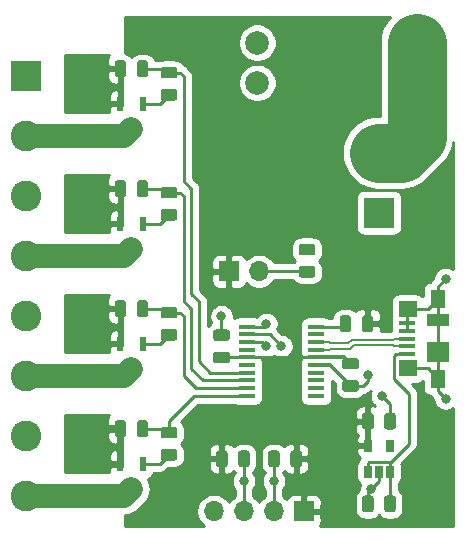
<source format=gbr>
G04 #@! TF.GenerationSoftware,KiCad,Pcbnew,(5.1.5)-3*
G04 #@! TF.CreationDate,2020-01-15T00:30:51-05:00*
G04 #@! TF.ProjectId,STM32 Klipper Expander,53544d33-3220-44b6-9c69-707065722045,rev?*
G04 #@! TF.SameCoordinates,Original*
G04 #@! TF.FileFunction,Copper,L1,Top*
G04 #@! TF.FilePolarity,Positive*
%FSLAX46Y46*%
G04 Gerber Fmt 4.6, Leading zero omitted, Abs format (unit mm)*
G04 Created by KiCad (PCBNEW (5.1.5)-3) date 2020-01-15 00:30:51*
%MOMM*%
%LPD*%
G04 APERTURE LIST*
%ADD10O,1.700000X1.700000*%
%ADD11R,1.700000X1.700000*%
%ADD12C,2.600000*%
%ADD13R,2.600000X2.600000*%
%ADD14C,2.000000*%
%ADD15C,0.100000*%
%ADD16R,0.600000X1.300000*%
%ADD17R,0.650000X1.060000*%
%ADD18R,1.450000X0.450000*%
%ADD19R,1.900000X1.000000*%
%ADD20R,1.900000X1.800000*%
%ADD21R,1.300000X1.650000*%
%ADD22R,1.550000X1.425000*%
%ADD23R,1.380000X0.450000*%
%ADD24C,0.800000*%
%ADD25C,0.300000*%
%ADD26C,0.250000*%
%ADD27C,0.200000*%
%ADD28C,2.000000*%
%ADD29C,5.000000*%
%ADD30C,0.254000*%
G04 APERTURE END LIST*
D10*
X127305000Y-77775000D03*
D11*
X124765000Y-77775000D03*
D12*
X137465000Y-67742000D03*
D13*
X137465000Y-72822000D03*
X107620000Y-61265000D03*
D12*
X107620000Y-66345000D03*
X107620000Y-71425000D03*
X107620000Y-76505000D03*
X107620000Y-81585000D03*
X107620000Y-86665000D03*
X107620000Y-91745000D03*
X107620000Y-96825000D03*
D14*
X127159000Y-61822000D03*
X140659000Y-58422000D03*
X140659000Y-61822000D03*
X127159000Y-58422000D03*
G04 #@! TA.AperFunction,SMDPad,CuDef*
D15*
G36*
X120165142Y-80796174D02*
G01*
X120188803Y-80799684D01*
X120212007Y-80805496D01*
X120234529Y-80813554D01*
X120256153Y-80823782D01*
X120276670Y-80836079D01*
X120295883Y-80850329D01*
X120313607Y-80866393D01*
X120329671Y-80884117D01*
X120343921Y-80903330D01*
X120356218Y-80923847D01*
X120366446Y-80945471D01*
X120374504Y-80967993D01*
X120380316Y-80991197D01*
X120383826Y-81014858D01*
X120385000Y-81038750D01*
X120385000Y-81526250D01*
X120383826Y-81550142D01*
X120380316Y-81573803D01*
X120374504Y-81597007D01*
X120366446Y-81619529D01*
X120356218Y-81641153D01*
X120343921Y-81661670D01*
X120329671Y-81680883D01*
X120313607Y-81698607D01*
X120295883Y-81714671D01*
X120276670Y-81728921D01*
X120256153Y-81741218D01*
X120234529Y-81751446D01*
X120212007Y-81759504D01*
X120188803Y-81765316D01*
X120165142Y-81768826D01*
X120141250Y-81770000D01*
X119228750Y-81770000D01*
X119204858Y-81768826D01*
X119181197Y-81765316D01*
X119157993Y-81759504D01*
X119135471Y-81751446D01*
X119113847Y-81741218D01*
X119093330Y-81728921D01*
X119074117Y-81714671D01*
X119056393Y-81698607D01*
X119040329Y-81680883D01*
X119026079Y-81661670D01*
X119013782Y-81641153D01*
X119003554Y-81619529D01*
X118995496Y-81597007D01*
X118989684Y-81573803D01*
X118986174Y-81550142D01*
X118985000Y-81526250D01*
X118985000Y-81038750D01*
X118986174Y-81014858D01*
X118989684Y-80991197D01*
X118995496Y-80967993D01*
X119003554Y-80945471D01*
X119013782Y-80923847D01*
X119026079Y-80903330D01*
X119040329Y-80884117D01*
X119056393Y-80866393D01*
X119074117Y-80850329D01*
X119093330Y-80836079D01*
X119113847Y-80823782D01*
X119135471Y-80813554D01*
X119157993Y-80805496D01*
X119181197Y-80799684D01*
X119204858Y-80796174D01*
X119228750Y-80795000D01*
X120141250Y-80795000D01*
X120165142Y-80796174D01*
G37*
G04 #@! TD.AperFunction*
G04 #@! TA.AperFunction,SMDPad,CuDef*
G36*
X120165142Y-82671174D02*
G01*
X120188803Y-82674684D01*
X120212007Y-82680496D01*
X120234529Y-82688554D01*
X120256153Y-82698782D01*
X120276670Y-82711079D01*
X120295883Y-82725329D01*
X120313607Y-82741393D01*
X120329671Y-82759117D01*
X120343921Y-82778330D01*
X120356218Y-82798847D01*
X120366446Y-82820471D01*
X120374504Y-82842993D01*
X120380316Y-82866197D01*
X120383826Y-82889858D01*
X120385000Y-82913750D01*
X120385000Y-83401250D01*
X120383826Y-83425142D01*
X120380316Y-83448803D01*
X120374504Y-83472007D01*
X120366446Y-83494529D01*
X120356218Y-83516153D01*
X120343921Y-83536670D01*
X120329671Y-83555883D01*
X120313607Y-83573607D01*
X120295883Y-83589671D01*
X120276670Y-83603921D01*
X120256153Y-83616218D01*
X120234529Y-83626446D01*
X120212007Y-83634504D01*
X120188803Y-83640316D01*
X120165142Y-83643826D01*
X120141250Y-83645000D01*
X119228750Y-83645000D01*
X119204858Y-83643826D01*
X119181197Y-83640316D01*
X119157993Y-83634504D01*
X119135471Y-83626446D01*
X119113847Y-83616218D01*
X119093330Y-83603921D01*
X119074117Y-83589671D01*
X119056393Y-83573607D01*
X119040329Y-83555883D01*
X119026079Y-83536670D01*
X119013782Y-83516153D01*
X119003554Y-83494529D01*
X118995496Y-83472007D01*
X118989684Y-83448803D01*
X118986174Y-83425142D01*
X118985000Y-83401250D01*
X118985000Y-82913750D01*
X118986174Y-82889858D01*
X118989684Y-82866197D01*
X118995496Y-82842993D01*
X119003554Y-82820471D01*
X119013782Y-82798847D01*
X119026079Y-82778330D01*
X119040329Y-82759117D01*
X119056393Y-82741393D01*
X119074117Y-82725329D01*
X119093330Y-82711079D01*
X119113847Y-82698782D01*
X119135471Y-82688554D01*
X119157993Y-82680496D01*
X119181197Y-82674684D01*
X119204858Y-82671174D01*
X119228750Y-82670000D01*
X120141250Y-82670000D01*
X120165142Y-82671174D01*
G37*
G04 #@! TD.AperFunction*
G04 #@! TA.AperFunction,SMDPad,CuDef*
G36*
X120165142Y-90956174D02*
G01*
X120188803Y-90959684D01*
X120212007Y-90965496D01*
X120234529Y-90973554D01*
X120256153Y-90983782D01*
X120276670Y-90996079D01*
X120295883Y-91010329D01*
X120313607Y-91026393D01*
X120329671Y-91044117D01*
X120343921Y-91063330D01*
X120356218Y-91083847D01*
X120366446Y-91105471D01*
X120374504Y-91127993D01*
X120380316Y-91151197D01*
X120383826Y-91174858D01*
X120385000Y-91198750D01*
X120385000Y-91686250D01*
X120383826Y-91710142D01*
X120380316Y-91733803D01*
X120374504Y-91757007D01*
X120366446Y-91779529D01*
X120356218Y-91801153D01*
X120343921Y-91821670D01*
X120329671Y-91840883D01*
X120313607Y-91858607D01*
X120295883Y-91874671D01*
X120276670Y-91888921D01*
X120256153Y-91901218D01*
X120234529Y-91911446D01*
X120212007Y-91919504D01*
X120188803Y-91925316D01*
X120165142Y-91928826D01*
X120141250Y-91930000D01*
X119228750Y-91930000D01*
X119204858Y-91928826D01*
X119181197Y-91925316D01*
X119157993Y-91919504D01*
X119135471Y-91911446D01*
X119113847Y-91901218D01*
X119093330Y-91888921D01*
X119074117Y-91874671D01*
X119056393Y-91858607D01*
X119040329Y-91840883D01*
X119026079Y-91821670D01*
X119013782Y-91801153D01*
X119003554Y-91779529D01*
X118995496Y-91757007D01*
X118989684Y-91733803D01*
X118986174Y-91710142D01*
X118985000Y-91686250D01*
X118985000Y-91198750D01*
X118986174Y-91174858D01*
X118989684Y-91151197D01*
X118995496Y-91127993D01*
X119003554Y-91105471D01*
X119013782Y-91083847D01*
X119026079Y-91063330D01*
X119040329Y-91044117D01*
X119056393Y-91026393D01*
X119074117Y-91010329D01*
X119093330Y-90996079D01*
X119113847Y-90983782D01*
X119135471Y-90973554D01*
X119157993Y-90965496D01*
X119181197Y-90959684D01*
X119204858Y-90956174D01*
X119228750Y-90955000D01*
X120141250Y-90955000D01*
X120165142Y-90956174D01*
G37*
G04 #@! TD.AperFunction*
G04 #@! TA.AperFunction,SMDPad,CuDef*
G36*
X120165142Y-92831174D02*
G01*
X120188803Y-92834684D01*
X120212007Y-92840496D01*
X120234529Y-92848554D01*
X120256153Y-92858782D01*
X120276670Y-92871079D01*
X120295883Y-92885329D01*
X120313607Y-92901393D01*
X120329671Y-92919117D01*
X120343921Y-92938330D01*
X120356218Y-92958847D01*
X120366446Y-92980471D01*
X120374504Y-93002993D01*
X120380316Y-93026197D01*
X120383826Y-93049858D01*
X120385000Y-93073750D01*
X120385000Y-93561250D01*
X120383826Y-93585142D01*
X120380316Y-93608803D01*
X120374504Y-93632007D01*
X120366446Y-93654529D01*
X120356218Y-93676153D01*
X120343921Y-93696670D01*
X120329671Y-93715883D01*
X120313607Y-93733607D01*
X120295883Y-93749671D01*
X120276670Y-93763921D01*
X120256153Y-93776218D01*
X120234529Y-93786446D01*
X120212007Y-93794504D01*
X120188803Y-93800316D01*
X120165142Y-93803826D01*
X120141250Y-93805000D01*
X119228750Y-93805000D01*
X119204858Y-93803826D01*
X119181197Y-93800316D01*
X119157993Y-93794504D01*
X119135471Y-93786446D01*
X119113847Y-93776218D01*
X119093330Y-93763921D01*
X119074117Y-93749671D01*
X119056393Y-93733607D01*
X119040329Y-93715883D01*
X119026079Y-93696670D01*
X119013782Y-93676153D01*
X119003554Y-93654529D01*
X118995496Y-93632007D01*
X118989684Y-93608803D01*
X118986174Y-93585142D01*
X118985000Y-93561250D01*
X118985000Y-93073750D01*
X118986174Y-93049858D01*
X118989684Y-93026197D01*
X118995496Y-93002993D01*
X119003554Y-92980471D01*
X119013782Y-92958847D01*
X119026079Y-92938330D01*
X119040329Y-92919117D01*
X119056393Y-92901393D01*
X119074117Y-92885329D01*
X119093330Y-92871079D01*
X119113847Y-92858782D01*
X119135471Y-92848554D01*
X119157993Y-92840496D01*
X119181197Y-92834684D01*
X119204858Y-92831174D01*
X119228750Y-92830000D01*
X120141250Y-92830000D01*
X120165142Y-92831174D01*
G37*
G04 #@! TD.AperFunction*
G04 #@! TA.AperFunction,SMDPad,CuDef*
G36*
X120165142Y-70636174D02*
G01*
X120188803Y-70639684D01*
X120212007Y-70645496D01*
X120234529Y-70653554D01*
X120256153Y-70663782D01*
X120276670Y-70676079D01*
X120295883Y-70690329D01*
X120313607Y-70706393D01*
X120329671Y-70724117D01*
X120343921Y-70743330D01*
X120356218Y-70763847D01*
X120366446Y-70785471D01*
X120374504Y-70807993D01*
X120380316Y-70831197D01*
X120383826Y-70854858D01*
X120385000Y-70878750D01*
X120385000Y-71366250D01*
X120383826Y-71390142D01*
X120380316Y-71413803D01*
X120374504Y-71437007D01*
X120366446Y-71459529D01*
X120356218Y-71481153D01*
X120343921Y-71501670D01*
X120329671Y-71520883D01*
X120313607Y-71538607D01*
X120295883Y-71554671D01*
X120276670Y-71568921D01*
X120256153Y-71581218D01*
X120234529Y-71591446D01*
X120212007Y-71599504D01*
X120188803Y-71605316D01*
X120165142Y-71608826D01*
X120141250Y-71610000D01*
X119228750Y-71610000D01*
X119204858Y-71608826D01*
X119181197Y-71605316D01*
X119157993Y-71599504D01*
X119135471Y-71591446D01*
X119113847Y-71581218D01*
X119093330Y-71568921D01*
X119074117Y-71554671D01*
X119056393Y-71538607D01*
X119040329Y-71520883D01*
X119026079Y-71501670D01*
X119013782Y-71481153D01*
X119003554Y-71459529D01*
X118995496Y-71437007D01*
X118989684Y-71413803D01*
X118986174Y-71390142D01*
X118985000Y-71366250D01*
X118985000Y-70878750D01*
X118986174Y-70854858D01*
X118989684Y-70831197D01*
X118995496Y-70807993D01*
X119003554Y-70785471D01*
X119013782Y-70763847D01*
X119026079Y-70743330D01*
X119040329Y-70724117D01*
X119056393Y-70706393D01*
X119074117Y-70690329D01*
X119093330Y-70676079D01*
X119113847Y-70663782D01*
X119135471Y-70653554D01*
X119157993Y-70645496D01*
X119181197Y-70639684D01*
X119204858Y-70636174D01*
X119228750Y-70635000D01*
X120141250Y-70635000D01*
X120165142Y-70636174D01*
G37*
G04 #@! TD.AperFunction*
G04 #@! TA.AperFunction,SMDPad,CuDef*
G36*
X120165142Y-72511174D02*
G01*
X120188803Y-72514684D01*
X120212007Y-72520496D01*
X120234529Y-72528554D01*
X120256153Y-72538782D01*
X120276670Y-72551079D01*
X120295883Y-72565329D01*
X120313607Y-72581393D01*
X120329671Y-72599117D01*
X120343921Y-72618330D01*
X120356218Y-72638847D01*
X120366446Y-72660471D01*
X120374504Y-72682993D01*
X120380316Y-72706197D01*
X120383826Y-72729858D01*
X120385000Y-72753750D01*
X120385000Y-73241250D01*
X120383826Y-73265142D01*
X120380316Y-73288803D01*
X120374504Y-73312007D01*
X120366446Y-73334529D01*
X120356218Y-73356153D01*
X120343921Y-73376670D01*
X120329671Y-73395883D01*
X120313607Y-73413607D01*
X120295883Y-73429671D01*
X120276670Y-73443921D01*
X120256153Y-73456218D01*
X120234529Y-73466446D01*
X120212007Y-73474504D01*
X120188803Y-73480316D01*
X120165142Y-73483826D01*
X120141250Y-73485000D01*
X119228750Y-73485000D01*
X119204858Y-73483826D01*
X119181197Y-73480316D01*
X119157993Y-73474504D01*
X119135471Y-73466446D01*
X119113847Y-73456218D01*
X119093330Y-73443921D01*
X119074117Y-73429671D01*
X119056393Y-73413607D01*
X119040329Y-73395883D01*
X119026079Y-73376670D01*
X119013782Y-73356153D01*
X119003554Y-73334529D01*
X118995496Y-73312007D01*
X118989684Y-73288803D01*
X118986174Y-73265142D01*
X118985000Y-73241250D01*
X118985000Y-72753750D01*
X118986174Y-72729858D01*
X118989684Y-72706197D01*
X118995496Y-72682993D01*
X119003554Y-72660471D01*
X119013782Y-72638847D01*
X119026079Y-72618330D01*
X119040329Y-72599117D01*
X119056393Y-72581393D01*
X119074117Y-72565329D01*
X119093330Y-72551079D01*
X119113847Y-72538782D01*
X119135471Y-72528554D01*
X119157993Y-72520496D01*
X119181197Y-72514684D01*
X119204858Y-72511174D01*
X119228750Y-72510000D01*
X120141250Y-72510000D01*
X120165142Y-72511174D01*
G37*
G04 #@! TD.AperFunction*
G04 #@! TA.AperFunction,SMDPad,CuDef*
G36*
X120165142Y-62351174D02*
G01*
X120188803Y-62354684D01*
X120212007Y-62360496D01*
X120234529Y-62368554D01*
X120256153Y-62378782D01*
X120276670Y-62391079D01*
X120295883Y-62405329D01*
X120313607Y-62421393D01*
X120329671Y-62439117D01*
X120343921Y-62458330D01*
X120356218Y-62478847D01*
X120366446Y-62500471D01*
X120374504Y-62522993D01*
X120380316Y-62546197D01*
X120383826Y-62569858D01*
X120385000Y-62593750D01*
X120385000Y-63081250D01*
X120383826Y-63105142D01*
X120380316Y-63128803D01*
X120374504Y-63152007D01*
X120366446Y-63174529D01*
X120356218Y-63196153D01*
X120343921Y-63216670D01*
X120329671Y-63235883D01*
X120313607Y-63253607D01*
X120295883Y-63269671D01*
X120276670Y-63283921D01*
X120256153Y-63296218D01*
X120234529Y-63306446D01*
X120212007Y-63314504D01*
X120188803Y-63320316D01*
X120165142Y-63323826D01*
X120141250Y-63325000D01*
X119228750Y-63325000D01*
X119204858Y-63323826D01*
X119181197Y-63320316D01*
X119157993Y-63314504D01*
X119135471Y-63306446D01*
X119113847Y-63296218D01*
X119093330Y-63283921D01*
X119074117Y-63269671D01*
X119056393Y-63253607D01*
X119040329Y-63235883D01*
X119026079Y-63216670D01*
X119013782Y-63196153D01*
X119003554Y-63174529D01*
X118995496Y-63152007D01*
X118989684Y-63128803D01*
X118986174Y-63105142D01*
X118985000Y-63081250D01*
X118985000Y-62593750D01*
X118986174Y-62569858D01*
X118989684Y-62546197D01*
X118995496Y-62522993D01*
X119003554Y-62500471D01*
X119013782Y-62478847D01*
X119026079Y-62458330D01*
X119040329Y-62439117D01*
X119056393Y-62421393D01*
X119074117Y-62405329D01*
X119093330Y-62391079D01*
X119113847Y-62378782D01*
X119135471Y-62368554D01*
X119157993Y-62360496D01*
X119181197Y-62354684D01*
X119204858Y-62351174D01*
X119228750Y-62350000D01*
X120141250Y-62350000D01*
X120165142Y-62351174D01*
G37*
G04 #@! TD.AperFunction*
G04 #@! TA.AperFunction,SMDPad,CuDef*
G36*
X120165142Y-60476174D02*
G01*
X120188803Y-60479684D01*
X120212007Y-60485496D01*
X120234529Y-60493554D01*
X120256153Y-60503782D01*
X120276670Y-60516079D01*
X120295883Y-60530329D01*
X120313607Y-60546393D01*
X120329671Y-60564117D01*
X120343921Y-60583330D01*
X120356218Y-60603847D01*
X120366446Y-60625471D01*
X120374504Y-60647993D01*
X120380316Y-60671197D01*
X120383826Y-60694858D01*
X120385000Y-60718750D01*
X120385000Y-61206250D01*
X120383826Y-61230142D01*
X120380316Y-61253803D01*
X120374504Y-61277007D01*
X120366446Y-61299529D01*
X120356218Y-61321153D01*
X120343921Y-61341670D01*
X120329671Y-61360883D01*
X120313607Y-61378607D01*
X120295883Y-61394671D01*
X120276670Y-61408921D01*
X120256153Y-61421218D01*
X120234529Y-61431446D01*
X120212007Y-61439504D01*
X120188803Y-61445316D01*
X120165142Y-61448826D01*
X120141250Y-61450000D01*
X119228750Y-61450000D01*
X119204858Y-61448826D01*
X119181197Y-61445316D01*
X119157993Y-61439504D01*
X119135471Y-61431446D01*
X119113847Y-61421218D01*
X119093330Y-61408921D01*
X119074117Y-61394671D01*
X119056393Y-61378607D01*
X119040329Y-61360883D01*
X119026079Y-61341670D01*
X119013782Y-61321153D01*
X119003554Y-61299529D01*
X118995496Y-61277007D01*
X118989684Y-61253803D01*
X118986174Y-61230142D01*
X118985000Y-61206250D01*
X118985000Y-60718750D01*
X118986174Y-60694858D01*
X118989684Y-60671197D01*
X118995496Y-60647993D01*
X119003554Y-60625471D01*
X119013782Y-60603847D01*
X119026079Y-60583330D01*
X119040329Y-60564117D01*
X119056393Y-60546393D01*
X119074117Y-60530329D01*
X119093330Y-60516079D01*
X119113847Y-60503782D01*
X119135471Y-60493554D01*
X119157993Y-60485496D01*
X119181197Y-60479684D01*
X119204858Y-60476174D01*
X119228750Y-60475000D01*
X120141250Y-60475000D01*
X120165142Y-60476174D01*
G37*
G04 #@! TD.AperFunction*
G04 #@! TA.AperFunction,SMDPad,CuDef*
G36*
X130717642Y-92951174D02*
G01*
X130741303Y-92954684D01*
X130764507Y-92960496D01*
X130787029Y-92968554D01*
X130808653Y-92978782D01*
X130829170Y-92991079D01*
X130848383Y-93005329D01*
X130866107Y-93021393D01*
X130882171Y-93039117D01*
X130896421Y-93058330D01*
X130908718Y-93078847D01*
X130918946Y-93100471D01*
X130927004Y-93122993D01*
X130932816Y-93146197D01*
X130936326Y-93169858D01*
X130937500Y-93193750D01*
X130937500Y-94106250D01*
X130936326Y-94130142D01*
X130932816Y-94153803D01*
X130927004Y-94177007D01*
X130918946Y-94199529D01*
X130908718Y-94221153D01*
X130896421Y-94241670D01*
X130882171Y-94260883D01*
X130866107Y-94278607D01*
X130848383Y-94294671D01*
X130829170Y-94308921D01*
X130808653Y-94321218D01*
X130787029Y-94331446D01*
X130764507Y-94339504D01*
X130741303Y-94345316D01*
X130717642Y-94348826D01*
X130693750Y-94350000D01*
X130206250Y-94350000D01*
X130182358Y-94348826D01*
X130158697Y-94345316D01*
X130135493Y-94339504D01*
X130112971Y-94331446D01*
X130091347Y-94321218D01*
X130070830Y-94308921D01*
X130051617Y-94294671D01*
X130033893Y-94278607D01*
X130017829Y-94260883D01*
X130003579Y-94241670D01*
X129991282Y-94221153D01*
X129981054Y-94199529D01*
X129972996Y-94177007D01*
X129967184Y-94153803D01*
X129963674Y-94130142D01*
X129962500Y-94106250D01*
X129962500Y-93193750D01*
X129963674Y-93169858D01*
X129967184Y-93146197D01*
X129972996Y-93122993D01*
X129981054Y-93100471D01*
X129991282Y-93078847D01*
X130003579Y-93058330D01*
X130017829Y-93039117D01*
X130033893Y-93021393D01*
X130051617Y-93005329D01*
X130070830Y-92991079D01*
X130091347Y-92978782D01*
X130112971Y-92968554D01*
X130135493Y-92960496D01*
X130158697Y-92954684D01*
X130182358Y-92951174D01*
X130206250Y-92950000D01*
X130693750Y-92950000D01*
X130717642Y-92951174D01*
G37*
G04 #@! TD.AperFunction*
G04 #@! TA.AperFunction,SMDPad,CuDef*
G36*
X128842642Y-92951174D02*
G01*
X128866303Y-92954684D01*
X128889507Y-92960496D01*
X128912029Y-92968554D01*
X128933653Y-92978782D01*
X128954170Y-92991079D01*
X128973383Y-93005329D01*
X128991107Y-93021393D01*
X129007171Y-93039117D01*
X129021421Y-93058330D01*
X129033718Y-93078847D01*
X129043946Y-93100471D01*
X129052004Y-93122993D01*
X129057816Y-93146197D01*
X129061326Y-93169858D01*
X129062500Y-93193750D01*
X129062500Y-94106250D01*
X129061326Y-94130142D01*
X129057816Y-94153803D01*
X129052004Y-94177007D01*
X129043946Y-94199529D01*
X129033718Y-94221153D01*
X129021421Y-94241670D01*
X129007171Y-94260883D01*
X128991107Y-94278607D01*
X128973383Y-94294671D01*
X128954170Y-94308921D01*
X128933653Y-94321218D01*
X128912029Y-94331446D01*
X128889507Y-94339504D01*
X128866303Y-94345316D01*
X128842642Y-94348826D01*
X128818750Y-94350000D01*
X128331250Y-94350000D01*
X128307358Y-94348826D01*
X128283697Y-94345316D01*
X128260493Y-94339504D01*
X128237971Y-94331446D01*
X128216347Y-94321218D01*
X128195830Y-94308921D01*
X128176617Y-94294671D01*
X128158893Y-94278607D01*
X128142829Y-94260883D01*
X128128579Y-94241670D01*
X128116282Y-94221153D01*
X128106054Y-94199529D01*
X128097996Y-94177007D01*
X128092184Y-94153803D01*
X128088674Y-94130142D01*
X128087500Y-94106250D01*
X128087500Y-93193750D01*
X128088674Y-93169858D01*
X128092184Y-93146197D01*
X128097996Y-93122993D01*
X128106054Y-93100471D01*
X128116282Y-93078847D01*
X128128579Y-93058330D01*
X128142829Y-93039117D01*
X128158893Y-93021393D01*
X128176617Y-93005329D01*
X128195830Y-92991079D01*
X128216347Y-92978782D01*
X128237971Y-92968554D01*
X128260493Y-92960496D01*
X128283697Y-92954684D01*
X128307358Y-92951174D01*
X128331250Y-92950000D01*
X128818750Y-92950000D01*
X128842642Y-92951174D01*
G37*
G04 #@! TD.AperFunction*
G04 #@! TA.AperFunction,SMDPad,CuDef*
G36*
X124427642Y-92951174D02*
G01*
X124451303Y-92954684D01*
X124474507Y-92960496D01*
X124497029Y-92968554D01*
X124518653Y-92978782D01*
X124539170Y-92991079D01*
X124558383Y-93005329D01*
X124576107Y-93021393D01*
X124592171Y-93039117D01*
X124606421Y-93058330D01*
X124618718Y-93078847D01*
X124628946Y-93100471D01*
X124637004Y-93122993D01*
X124642816Y-93146197D01*
X124646326Y-93169858D01*
X124647500Y-93193750D01*
X124647500Y-94106250D01*
X124646326Y-94130142D01*
X124642816Y-94153803D01*
X124637004Y-94177007D01*
X124628946Y-94199529D01*
X124618718Y-94221153D01*
X124606421Y-94241670D01*
X124592171Y-94260883D01*
X124576107Y-94278607D01*
X124558383Y-94294671D01*
X124539170Y-94308921D01*
X124518653Y-94321218D01*
X124497029Y-94331446D01*
X124474507Y-94339504D01*
X124451303Y-94345316D01*
X124427642Y-94348826D01*
X124403750Y-94350000D01*
X123916250Y-94350000D01*
X123892358Y-94348826D01*
X123868697Y-94345316D01*
X123845493Y-94339504D01*
X123822971Y-94331446D01*
X123801347Y-94321218D01*
X123780830Y-94308921D01*
X123761617Y-94294671D01*
X123743893Y-94278607D01*
X123727829Y-94260883D01*
X123713579Y-94241670D01*
X123701282Y-94221153D01*
X123691054Y-94199529D01*
X123682996Y-94177007D01*
X123677184Y-94153803D01*
X123673674Y-94130142D01*
X123672500Y-94106250D01*
X123672500Y-93193750D01*
X123673674Y-93169858D01*
X123677184Y-93146197D01*
X123682996Y-93122993D01*
X123691054Y-93100471D01*
X123701282Y-93078847D01*
X123713579Y-93058330D01*
X123727829Y-93039117D01*
X123743893Y-93021393D01*
X123761617Y-93005329D01*
X123780830Y-92991079D01*
X123801347Y-92978782D01*
X123822971Y-92968554D01*
X123845493Y-92960496D01*
X123868697Y-92954684D01*
X123892358Y-92951174D01*
X123916250Y-92950000D01*
X124403750Y-92950000D01*
X124427642Y-92951174D01*
G37*
G04 #@! TD.AperFunction*
G04 #@! TA.AperFunction,SMDPad,CuDef*
G36*
X126302642Y-92951174D02*
G01*
X126326303Y-92954684D01*
X126349507Y-92960496D01*
X126372029Y-92968554D01*
X126393653Y-92978782D01*
X126414170Y-92991079D01*
X126433383Y-93005329D01*
X126451107Y-93021393D01*
X126467171Y-93039117D01*
X126481421Y-93058330D01*
X126493718Y-93078847D01*
X126503946Y-93100471D01*
X126512004Y-93122993D01*
X126517816Y-93146197D01*
X126521326Y-93169858D01*
X126522500Y-93193750D01*
X126522500Y-94106250D01*
X126521326Y-94130142D01*
X126517816Y-94153803D01*
X126512004Y-94177007D01*
X126503946Y-94199529D01*
X126493718Y-94221153D01*
X126481421Y-94241670D01*
X126467171Y-94260883D01*
X126451107Y-94278607D01*
X126433383Y-94294671D01*
X126414170Y-94308921D01*
X126393653Y-94321218D01*
X126372029Y-94331446D01*
X126349507Y-94339504D01*
X126326303Y-94345316D01*
X126302642Y-94348826D01*
X126278750Y-94350000D01*
X125791250Y-94350000D01*
X125767358Y-94348826D01*
X125743697Y-94345316D01*
X125720493Y-94339504D01*
X125697971Y-94331446D01*
X125676347Y-94321218D01*
X125655830Y-94308921D01*
X125636617Y-94294671D01*
X125618893Y-94278607D01*
X125602829Y-94260883D01*
X125588579Y-94241670D01*
X125576282Y-94221153D01*
X125566054Y-94199529D01*
X125557996Y-94177007D01*
X125552184Y-94153803D01*
X125548674Y-94130142D01*
X125547500Y-94106250D01*
X125547500Y-93193750D01*
X125548674Y-93169858D01*
X125552184Y-93146197D01*
X125557996Y-93122993D01*
X125566054Y-93100471D01*
X125576282Y-93078847D01*
X125588579Y-93058330D01*
X125602829Y-93039117D01*
X125618893Y-93021393D01*
X125636617Y-93005329D01*
X125655830Y-92991079D01*
X125676347Y-92978782D01*
X125697971Y-92968554D01*
X125720493Y-92960496D01*
X125743697Y-92954684D01*
X125767358Y-92951174D01*
X125791250Y-92950000D01*
X126278750Y-92950000D01*
X126302642Y-92951174D01*
G37*
G04 #@! TD.AperFunction*
G04 #@! TA.AperFunction,SMDPad,CuDef*
G36*
X115840142Y-90411174D02*
G01*
X115863803Y-90414684D01*
X115887007Y-90420496D01*
X115909529Y-90428554D01*
X115931153Y-90438782D01*
X115951670Y-90451079D01*
X115970883Y-90465329D01*
X115988607Y-90481393D01*
X116004671Y-90499117D01*
X116018921Y-90518330D01*
X116031218Y-90538847D01*
X116041446Y-90560471D01*
X116049504Y-90582993D01*
X116055316Y-90606197D01*
X116058826Y-90629858D01*
X116060000Y-90653750D01*
X116060000Y-91566250D01*
X116058826Y-91590142D01*
X116055316Y-91613803D01*
X116049504Y-91637007D01*
X116041446Y-91659529D01*
X116031218Y-91681153D01*
X116018921Y-91701670D01*
X116004671Y-91720883D01*
X115988607Y-91738607D01*
X115970883Y-91754671D01*
X115951670Y-91768921D01*
X115931153Y-91781218D01*
X115909529Y-91791446D01*
X115887007Y-91799504D01*
X115863803Y-91805316D01*
X115840142Y-91808826D01*
X115816250Y-91810000D01*
X115328750Y-91810000D01*
X115304858Y-91808826D01*
X115281197Y-91805316D01*
X115257993Y-91799504D01*
X115235471Y-91791446D01*
X115213847Y-91781218D01*
X115193330Y-91768921D01*
X115174117Y-91754671D01*
X115156393Y-91738607D01*
X115140329Y-91720883D01*
X115126079Y-91701670D01*
X115113782Y-91681153D01*
X115103554Y-91659529D01*
X115095496Y-91637007D01*
X115089684Y-91613803D01*
X115086174Y-91590142D01*
X115085000Y-91566250D01*
X115085000Y-90653750D01*
X115086174Y-90629858D01*
X115089684Y-90606197D01*
X115095496Y-90582993D01*
X115103554Y-90560471D01*
X115113782Y-90538847D01*
X115126079Y-90518330D01*
X115140329Y-90499117D01*
X115156393Y-90481393D01*
X115174117Y-90465329D01*
X115193330Y-90451079D01*
X115213847Y-90438782D01*
X115235471Y-90428554D01*
X115257993Y-90420496D01*
X115281197Y-90414684D01*
X115304858Y-90411174D01*
X115328750Y-90410000D01*
X115816250Y-90410000D01*
X115840142Y-90411174D01*
G37*
G04 #@! TD.AperFunction*
G04 #@! TA.AperFunction,SMDPad,CuDef*
G36*
X117715142Y-90411174D02*
G01*
X117738803Y-90414684D01*
X117762007Y-90420496D01*
X117784529Y-90428554D01*
X117806153Y-90438782D01*
X117826670Y-90451079D01*
X117845883Y-90465329D01*
X117863607Y-90481393D01*
X117879671Y-90499117D01*
X117893921Y-90518330D01*
X117906218Y-90538847D01*
X117916446Y-90560471D01*
X117924504Y-90582993D01*
X117930316Y-90606197D01*
X117933826Y-90629858D01*
X117935000Y-90653750D01*
X117935000Y-91566250D01*
X117933826Y-91590142D01*
X117930316Y-91613803D01*
X117924504Y-91637007D01*
X117916446Y-91659529D01*
X117906218Y-91681153D01*
X117893921Y-91701670D01*
X117879671Y-91720883D01*
X117863607Y-91738607D01*
X117845883Y-91754671D01*
X117826670Y-91768921D01*
X117806153Y-91781218D01*
X117784529Y-91791446D01*
X117762007Y-91799504D01*
X117738803Y-91805316D01*
X117715142Y-91808826D01*
X117691250Y-91810000D01*
X117203750Y-91810000D01*
X117179858Y-91808826D01*
X117156197Y-91805316D01*
X117132993Y-91799504D01*
X117110471Y-91791446D01*
X117088847Y-91781218D01*
X117068330Y-91768921D01*
X117049117Y-91754671D01*
X117031393Y-91738607D01*
X117015329Y-91720883D01*
X117001079Y-91701670D01*
X116988782Y-91681153D01*
X116978554Y-91659529D01*
X116970496Y-91637007D01*
X116964684Y-91613803D01*
X116961174Y-91590142D01*
X116960000Y-91566250D01*
X116960000Y-90653750D01*
X116961174Y-90629858D01*
X116964684Y-90606197D01*
X116970496Y-90582993D01*
X116978554Y-90560471D01*
X116988782Y-90538847D01*
X117001079Y-90518330D01*
X117015329Y-90499117D01*
X117031393Y-90481393D01*
X117049117Y-90465329D01*
X117068330Y-90451079D01*
X117088847Y-90438782D01*
X117110471Y-90428554D01*
X117132993Y-90420496D01*
X117156197Y-90414684D01*
X117179858Y-90411174D01*
X117203750Y-90410000D01*
X117691250Y-90410000D01*
X117715142Y-90411174D01*
G37*
G04 #@! TD.AperFunction*
D16*
X116510000Y-96190000D03*
X115560000Y-94090000D03*
X117460000Y-94090000D03*
G04 #@! TA.AperFunction,SMDPad,CuDef*
D15*
G36*
X115840142Y-80251174D02*
G01*
X115863803Y-80254684D01*
X115887007Y-80260496D01*
X115909529Y-80268554D01*
X115931153Y-80278782D01*
X115951670Y-80291079D01*
X115970883Y-80305329D01*
X115988607Y-80321393D01*
X116004671Y-80339117D01*
X116018921Y-80358330D01*
X116031218Y-80378847D01*
X116041446Y-80400471D01*
X116049504Y-80422993D01*
X116055316Y-80446197D01*
X116058826Y-80469858D01*
X116060000Y-80493750D01*
X116060000Y-81406250D01*
X116058826Y-81430142D01*
X116055316Y-81453803D01*
X116049504Y-81477007D01*
X116041446Y-81499529D01*
X116031218Y-81521153D01*
X116018921Y-81541670D01*
X116004671Y-81560883D01*
X115988607Y-81578607D01*
X115970883Y-81594671D01*
X115951670Y-81608921D01*
X115931153Y-81621218D01*
X115909529Y-81631446D01*
X115887007Y-81639504D01*
X115863803Y-81645316D01*
X115840142Y-81648826D01*
X115816250Y-81650000D01*
X115328750Y-81650000D01*
X115304858Y-81648826D01*
X115281197Y-81645316D01*
X115257993Y-81639504D01*
X115235471Y-81631446D01*
X115213847Y-81621218D01*
X115193330Y-81608921D01*
X115174117Y-81594671D01*
X115156393Y-81578607D01*
X115140329Y-81560883D01*
X115126079Y-81541670D01*
X115113782Y-81521153D01*
X115103554Y-81499529D01*
X115095496Y-81477007D01*
X115089684Y-81453803D01*
X115086174Y-81430142D01*
X115085000Y-81406250D01*
X115085000Y-80493750D01*
X115086174Y-80469858D01*
X115089684Y-80446197D01*
X115095496Y-80422993D01*
X115103554Y-80400471D01*
X115113782Y-80378847D01*
X115126079Y-80358330D01*
X115140329Y-80339117D01*
X115156393Y-80321393D01*
X115174117Y-80305329D01*
X115193330Y-80291079D01*
X115213847Y-80278782D01*
X115235471Y-80268554D01*
X115257993Y-80260496D01*
X115281197Y-80254684D01*
X115304858Y-80251174D01*
X115328750Y-80250000D01*
X115816250Y-80250000D01*
X115840142Y-80251174D01*
G37*
G04 #@! TD.AperFunction*
G04 #@! TA.AperFunction,SMDPad,CuDef*
G36*
X117715142Y-80251174D02*
G01*
X117738803Y-80254684D01*
X117762007Y-80260496D01*
X117784529Y-80268554D01*
X117806153Y-80278782D01*
X117826670Y-80291079D01*
X117845883Y-80305329D01*
X117863607Y-80321393D01*
X117879671Y-80339117D01*
X117893921Y-80358330D01*
X117906218Y-80378847D01*
X117916446Y-80400471D01*
X117924504Y-80422993D01*
X117930316Y-80446197D01*
X117933826Y-80469858D01*
X117935000Y-80493750D01*
X117935000Y-81406250D01*
X117933826Y-81430142D01*
X117930316Y-81453803D01*
X117924504Y-81477007D01*
X117916446Y-81499529D01*
X117906218Y-81521153D01*
X117893921Y-81541670D01*
X117879671Y-81560883D01*
X117863607Y-81578607D01*
X117845883Y-81594671D01*
X117826670Y-81608921D01*
X117806153Y-81621218D01*
X117784529Y-81631446D01*
X117762007Y-81639504D01*
X117738803Y-81645316D01*
X117715142Y-81648826D01*
X117691250Y-81650000D01*
X117203750Y-81650000D01*
X117179858Y-81648826D01*
X117156197Y-81645316D01*
X117132993Y-81639504D01*
X117110471Y-81631446D01*
X117088847Y-81621218D01*
X117068330Y-81608921D01*
X117049117Y-81594671D01*
X117031393Y-81578607D01*
X117015329Y-81560883D01*
X117001079Y-81541670D01*
X116988782Y-81521153D01*
X116978554Y-81499529D01*
X116970496Y-81477007D01*
X116964684Y-81453803D01*
X116961174Y-81430142D01*
X116960000Y-81406250D01*
X116960000Y-80493750D01*
X116961174Y-80469858D01*
X116964684Y-80446197D01*
X116970496Y-80422993D01*
X116978554Y-80400471D01*
X116988782Y-80378847D01*
X117001079Y-80358330D01*
X117015329Y-80339117D01*
X117031393Y-80321393D01*
X117049117Y-80305329D01*
X117068330Y-80291079D01*
X117088847Y-80278782D01*
X117110471Y-80268554D01*
X117132993Y-80260496D01*
X117156197Y-80254684D01*
X117179858Y-80251174D01*
X117203750Y-80250000D01*
X117691250Y-80250000D01*
X117715142Y-80251174D01*
G37*
G04 #@! TD.AperFunction*
D16*
X116510000Y-86030000D03*
X115560000Y-83930000D03*
X117460000Y-83930000D03*
G04 #@! TA.AperFunction,SMDPad,CuDef*
D15*
G36*
X115840142Y-70091174D02*
G01*
X115863803Y-70094684D01*
X115887007Y-70100496D01*
X115909529Y-70108554D01*
X115931153Y-70118782D01*
X115951670Y-70131079D01*
X115970883Y-70145329D01*
X115988607Y-70161393D01*
X116004671Y-70179117D01*
X116018921Y-70198330D01*
X116031218Y-70218847D01*
X116041446Y-70240471D01*
X116049504Y-70262993D01*
X116055316Y-70286197D01*
X116058826Y-70309858D01*
X116060000Y-70333750D01*
X116060000Y-71246250D01*
X116058826Y-71270142D01*
X116055316Y-71293803D01*
X116049504Y-71317007D01*
X116041446Y-71339529D01*
X116031218Y-71361153D01*
X116018921Y-71381670D01*
X116004671Y-71400883D01*
X115988607Y-71418607D01*
X115970883Y-71434671D01*
X115951670Y-71448921D01*
X115931153Y-71461218D01*
X115909529Y-71471446D01*
X115887007Y-71479504D01*
X115863803Y-71485316D01*
X115840142Y-71488826D01*
X115816250Y-71490000D01*
X115328750Y-71490000D01*
X115304858Y-71488826D01*
X115281197Y-71485316D01*
X115257993Y-71479504D01*
X115235471Y-71471446D01*
X115213847Y-71461218D01*
X115193330Y-71448921D01*
X115174117Y-71434671D01*
X115156393Y-71418607D01*
X115140329Y-71400883D01*
X115126079Y-71381670D01*
X115113782Y-71361153D01*
X115103554Y-71339529D01*
X115095496Y-71317007D01*
X115089684Y-71293803D01*
X115086174Y-71270142D01*
X115085000Y-71246250D01*
X115085000Y-70333750D01*
X115086174Y-70309858D01*
X115089684Y-70286197D01*
X115095496Y-70262993D01*
X115103554Y-70240471D01*
X115113782Y-70218847D01*
X115126079Y-70198330D01*
X115140329Y-70179117D01*
X115156393Y-70161393D01*
X115174117Y-70145329D01*
X115193330Y-70131079D01*
X115213847Y-70118782D01*
X115235471Y-70108554D01*
X115257993Y-70100496D01*
X115281197Y-70094684D01*
X115304858Y-70091174D01*
X115328750Y-70090000D01*
X115816250Y-70090000D01*
X115840142Y-70091174D01*
G37*
G04 #@! TD.AperFunction*
G04 #@! TA.AperFunction,SMDPad,CuDef*
G36*
X117715142Y-70091174D02*
G01*
X117738803Y-70094684D01*
X117762007Y-70100496D01*
X117784529Y-70108554D01*
X117806153Y-70118782D01*
X117826670Y-70131079D01*
X117845883Y-70145329D01*
X117863607Y-70161393D01*
X117879671Y-70179117D01*
X117893921Y-70198330D01*
X117906218Y-70218847D01*
X117916446Y-70240471D01*
X117924504Y-70262993D01*
X117930316Y-70286197D01*
X117933826Y-70309858D01*
X117935000Y-70333750D01*
X117935000Y-71246250D01*
X117933826Y-71270142D01*
X117930316Y-71293803D01*
X117924504Y-71317007D01*
X117916446Y-71339529D01*
X117906218Y-71361153D01*
X117893921Y-71381670D01*
X117879671Y-71400883D01*
X117863607Y-71418607D01*
X117845883Y-71434671D01*
X117826670Y-71448921D01*
X117806153Y-71461218D01*
X117784529Y-71471446D01*
X117762007Y-71479504D01*
X117738803Y-71485316D01*
X117715142Y-71488826D01*
X117691250Y-71490000D01*
X117203750Y-71490000D01*
X117179858Y-71488826D01*
X117156197Y-71485316D01*
X117132993Y-71479504D01*
X117110471Y-71471446D01*
X117088847Y-71461218D01*
X117068330Y-71448921D01*
X117049117Y-71434671D01*
X117031393Y-71418607D01*
X117015329Y-71400883D01*
X117001079Y-71381670D01*
X116988782Y-71361153D01*
X116978554Y-71339529D01*
X116970496Y-71317007D01*
X116964684Y-71293803D01*
X116961174Y-71270142D01*
X116960000Y-71246250D01*
X116960000Y-70333750D01*
X116961174Y-70309858D01*
X116964684Y-70286197D01*
X116970496Y-70262993D01*
X116978554Y-70240471D01*
X116988782Y-70218847D01*
X117001079Y-70198330D01*
X117015329Y-70179117D01*
X117031393Y-70161393D01*
X117049117Y-70145329D01*
X117068330Y-70131079D01*
X117088847Y-70118782D01*
X117110471Y-70108554D01*
X117132993Y-70100496D01*
X117156197Y-70094684D01*
X117179858Y-70091174D01*
X117203750Y-70090000D01*
X117691250Y-70090000D01*
X117715142Y-70091174D01*
G37*
G04 #@! TD.AperFunction*
D16*
X116510000Y-75870000D03*
X115560000Y-73770000D03*
X117460000Y-73770000D03*
G04 #@! TA.AperFunction,SMDPad,CuDef*
D15*
G36*
X117715142Y-59931174D02*
G01*
X117738803Y-59934684D01*
X117762007Y-59940496D01*
X117784529Y-59948554D01*
X117806153Y-59958782D01*
X117826670Y-59971079D01*
X117845883Y-59985329D01*
X117863607Y-60001393D01*
X117879671Y-60019117D01*
X117893921Y-60038330D01*
X117906218Y-60058847D01*
X117916446Y-60080471D01*
X117924504Y-60102993D01*
X117930316Y-60126197D01*
X117933826Y-60149858D01*
X117935000Y-60173750D01*
X117935000Y-61086250D01*
X117933826Y-61110142D01*
X117930316Y-61133803D01*
X117924504Y-61157007D01*
X117916446Y-61179529D01*
X117906218Y-61201153D01*
X117893921Y-61221670D01*
X117879671Y-61240883D01*
X117863607Y-61258607D01*
X117845883Y-61274671D01*
X117826670Y-61288921D01*
X117806153Y-61301218D01*
X117784529Y-61311446D01*
X117762007Y-61319504D01*
X117738803Y-61325316D01*
X117715142Y-61328826D01*
X117691250Y-61330000D01*
X117203750Y-61330000D01*
X117179858Y-61328826D01*
X117156197Y-61325316D01*
X117132993Y-61319504D01*
X117110471Y-61311446D01*
X117088847Y-61301218D01*
X117068330Y-61288921D01*
X117049117Y-61274671D01*
X117031393Y-61258607D01*
X117015329Y-61240883D01*
X117001079Y-61221670D01*
X116988782Y-61201153D01*
X116978554Y-61179529D01*
X116970496Y-61157007D01*
X116964684Y-61133803D01*
X116961174Y-61110142D01*
X116960000Y-61086250D01*
X116960000Y-60173750D01*
X116961174Y-60149858D01*
X116964684Y-60126197D01*
X116970496Y-60102993D01*
X116978554Y-60080471D01*
X116988782Y-60058847D01*
X117001079Y-60038330D01*
X117015329Y-60019117D01*
X117031393Y-60001393D01*
X117049117Y-59985329D01*
X117068330Y-59971079D01*
X117088847Y-59958782D01*
X117110471Y-59948554D01*
X117132993Y-59940496D01*
X117156197Y-59934684D01*
X117179858Y-59931174D01*
X117203750Y-59930000D01*
X117691250Y-59930000D01*
X117715142Y-59931174D01*
G37*
G04 #@! TD.AperFunction*
G04 #@! TA.AperFunction,SMDPad,CuDef*
G36*
X115840142Y-59931174D02*
G01*
X115863803Y-59934684D01*
X115887007Y-59940496D01*
X115909529Y-59948554D01*
X115931153Y-59958782D01*
X115951670Y-59971079D01*
X115970883Y-59985329D01*
X115988607Y-60001393D01*
X116004671Y-60019117D01*
X116018921Y-60038330D01*
X116031218Y-60058847D01*
X116041446Y-60080471D01*
X116049504Y-60102993D01*
X116055316Y-60126197D01*
X116058826Y-60149858D01*
X116060000Y-60173750D01*
X116060000Y-61086250D01*
X116058826Y-61110142D01*
X116055316Y-61133803D01*
X116049504Y-61157007D01*
X116041446Y-61179529D01*
X116031218Y-61201153D01*
X116018921Y-61221670D01*
X116004671Y-61240883D01*
X115988607Y-61258607D01*
X115970883Y-61274671D01*
X115951670Y-61288921D01*
X115931153Y-61301218D01*
X115909529Y-61311446D01*
X115887007Y-61319504D01*
X115863803Y-61325316D01*
X115840142Y-61328826D01*
X115816250Y-61330000D01*
X115328750Y-61330000D01*
X115304858Y-61328826D01*
X115281197Y-61325316D01*
X115257993Y-61319504D01*
X115235471Y-61311446D01*
X115213847Y-61301218D01*
X115193330Y-61288921D01*
X115174117Y-61274671D01*
X115156393Y-61258607D01*
X115140329Y-61240883D01*
X115126079Y-61221670D01*
X115113782Y-61201153D01*
X115103554Y-61179529D01*
X115095496Y-61157007D01*
X115089684Y-61133803D01*
X115086174Y-61110142D01*
X115085000Y-61086250D01*
X115085000Y-60173750D01*
X115086174Y-60149858D01*
X115089684Y-60126197D01*
X115095496Y-60102993D01*
X115103554Y-60080471D01*
X115113782Y-60058847D01*
X115126079Y-60038330D01*
X115140329Y-60019117D01*
X115156393Y-60001393D01*
X115174117Y-59985329D01*
X115193330Y-59971079D01*
X115213847Y-59958782D01*
X115235471Y-59948554D01*
X115257993Y-59940496D01*
X115281197Y-59934684D01*
X115304858Y-59931174D01*
X115328750Y-59930000D01*
X115816250Y-59930000D01*
X115840142Y-59931174D01*
G37*
G04 #@! TD.AperFunction*
D16*
X117460000Y-63610000D03*
X115560000Y-63610000D03*
X116510000Y-65710000D03*
D17*
X136515000Y-92550000D03*
X138415000Y-92550000D03*
X138415000Y-94750000D03*
X137465000Y-94750000D03*
X136515000Y-94750000D03*
D18*
X132160000Y-82470000D03*
X132160000Y-83120000D03*
X132160000Y-83770000D03*
X132160000Y-84420000D03*
X132160000Y-85070000D03*
X132160000Y-85720000D03*
X132160000Y-86370000D03*
X132160000Y-87020000D03*
X132160000Y-87670000D03*
X132160000Y-88320000D03*
X126260000Y-88320000D03*
X126260000Y-87670000D03*
X126260000Y-87020000D03*
X126260000Y-86370000D03*
X126260000Y-85720000D03*
X126260000Y-85070000D03*
X126260000Y-84420000D03*
X126260000Y-83770000D03*
X126260000Y-83120000D03*
X126260000Y-82470000D03*
G04 #@! TA.AperFunction,SMDPad,CuDef*
D15*
G36*
X136765142Y-81521174D02*
G01*
X136788803Y-81524684D01*
X136812007Y-81530496D01*
X136834529Y-81538554D01*
X136856153Y-81548782D01*
X136876670Y-81561079D01*
X136895883Y-81575329D01*
X136913607Y-81591393D01*
X136929671Y-81609117D01*
X136943921Y-81628330D01*
X136956218Y-81648847D01*
X136966446Y-81670471D01*
X136974504Y-81692993D01*
X136980316Y-81716197D01*
X136983826Y-81739858D01*
X136985000Y-81763750D01*
X136985000Y-82676250D01*
X136983826Y-82700142D01*
X136980316Y-82723803D01*
X136974504Y-82747007D01*
X136966446Y-82769529D01*
X136956218Y-82791153D01*
X136943921Y-82811670D01*
X136929671Y-82830883D01*
X136913607Y-82848607D01*
X136895883Y-82864671D01*
X136876670Y-82878921D01*
X136856153Y-82891218D01*
X136834529Y-82901446D01*
X136812007Y-82909504D01*
X136788803Y-82915316D01*
X136765142Y-82918826D01*
X136741250Y-82920000D01*
X136253750Y-82920000D01*
X136229858Y-82918826D01*
X136206197Y-82915316D01*
X136182993Y-82909504D01*
X136160471Y-82901446D01*
X136138847Y-82891218D01*
X136118330Y-82878921D01*
X136099117Y-82864671D01*
X136081393Y-82848607D01*
X136065329Y-82830883D01*
X136051079Y-82811670D01*
X136038782Y-82791153D01*
X136028554Y-82769529D01*
X136020496Y-82747007D01*
X136014684Y-82723803D01*
X136011174Y-82700142D01*
X136010000Y-82676250D01*
X136010000Y-81763750D01*
X136011174Y-81739858D01*
X136014684Y-81716197D01*
X136020496Y-81692993D01*
X136028554Y-81670471D01*
X136038782Y-81648847D01*
X136051079Y-81628330D01*
X136065329Y-81609117D01*
X136081393Y-81591393D01*
X136099117Y-81575329D01*
X136118330Y-81561079D01*
X136138847Y-81548782D01*
X136160471Y-81538554D01*
X136182993Y-81530496D01*
X136206197Y-81524684D01*
X136229858Y-81521174D01*
X136253750Y-81520000D01*
X136741250Y-81520000D01*
X136765142Y-81521174D01*
G37*
G04 #@! TD.AperFunction*
G04 #@! TA.AperFunction,SMDPad,CuDef*
G36*
X134890142Y-81521174D02*
G01*
X134913803Y-81524684D01*
X134937007Y-81530496D01*
X134959529Y-81538554D01*
X134981153Y-81548782D01*
X135001670Y-81561079D01*
X135020883Y-81575329D01*
X135038607Y-81591393D01*
X135054671Y-81609117D01*
X135068921Y-81628330D01*
X135081218Y-81648847D01*
X135091446Y-81670471D01*
X135099504Y-81692993D01*
X135105316Y-81716197D01*
X135108826Y-81739858D01*
X135110000Y-81763750D01*
X135110000Y-82676250D01*
X135108826Y-82700142D01*
X135105316Y-82723803D01*
X135099504Y-82747007D01*
X135091446Y-82769529D01*
X135081218Y-82791153D01*
X135068921Y-82811670D01*
X135054671Y-82830883D01*
X135038607Y-82848607D01*
X135020883Y-82864671D01*
X135001670Y-82878921D01*
X134981153Y-82891218D01*
X134959529Y-82901446D01*
X134937007Y-82909504D01*
X134913803Y-82915316D01*
X134890142Y-82918826D01*
X134866250Y-82920000D01*
X134378750Y-82920000D01*
X134354858Y-82918826D01*
X134331197Y-82915316D01*
X134307993Y-82909504D01*
X134285471Y-82901446D01*
X134263847Y-82891218D01*
X134243330Y-82878921D01*
X134224117Y-82864671D01*
X134206393Y-82848607D01*
X134190329Y-82830883D01*
X134176079Y-82811670D01*
X134163782Y-82791153D01*
X134153554Y-82769529D01*
X134145496Y-82747007D01*
X134139684Y-82723803D01*
X134136174Y-82700142D01*
X134135000Y-82676250D01*
X134135000Y-81763750D01*
X134136174Y-81739858D01*
X134139684Y-81716197D01*
X134145496Y-81692993D01*
X134153554Y-81670471D01*
X134163782Y-81648847D01*
X134176079Y-81628330D01*
X134190329Y-81609117D01*
X134206393Y-81591393D01*
X134224117Y-81575329D01*
X134243330Y-81561079D01*
X134263847Y-81548782D01*
X134285471Y-81538554D01*
X134307993Y-81530496D01*
X134331197Y-81524684D01*
X134354858Y-81521174D01*
X134378750Y-81520000D01*
X134866250Y-81520000D01*
X134890142Y-81521174D01*
G37*
G04 #@! TD.AperFunction*
G04 #@! TA.AperFunction,SMDPad,CuDef*
G36*
X131849142Y-75462174D02*
G01*
X131872803Y-75465684D01*
X131896007Y-75471496D01*
X131918529Y-75479554D01*
X131940153Y-75489782D01*
X131960670Y-75502079D01*
X131979883Y-75516329D01*
X131997607Y-75532393D01*
X132013671Y-75550117D01*
X132027921Y-75569330D01*
X132040218Y-75589847D01*
X132050446Y-75611471D01*
X132058504Y-75633993D01*
X132064316Y-75657197D01*
X132067826Y-75680858D01*
X132069000Y-75704750D01*
X132069000Y-76192250D01*
X132067826Y-76216142D01*
X132064316Y-76239803D01*
X132058504Y-76263007D01*
X132050446Y-76285529D01*
X132040218Y-76307153D01*
X132027921Y-76327670D01*
X132013671Y-76346883D01*
X131997607Y-76364607D01*
X131979883Y-76380671D01*
X131960670Y-76394921D01*
X131940153Y-76407218D01*
X131918529Y-76417446D01*
X131896007Y-76425504D01*
X131872803Y-76431316D01*
X131849142Y-76434826D01*
X131825250Y-76436000D01*
X130912750Y-76436000D01*
X130888858Y-76434826D01*
X130865197Y-76431316D01*
X130841993Y-76425504D01*
X130819471Y-76417446D01*
X130797847Y-76407218D01*
X130777330Y-76394921D01*
X130758117Y-76380671D01*
X130740393Y-76364607D01*
X130724329Y-76346883D01*
X130710079Y-76327670D01*
X130697782Y-76307153D01*
X130687554Y-76285529D01*
X130679496Y-76263007D01*
X130673684Y-76239803D01*
X130670174Y-76216142D01*
X130669000Y-76192250D01*
X130669000Y-75704750D01*
X130670174Y-75680858D01*
X130673684Y-75657197D01*
X130679496Y-75633993D01*
X130687554Y-75611471D01*
X130697782Y-75589847D01*
X130710079Y-75569330D01*
X130724329Y-75550117D01*
X130740393Y-75532393D01*
X130758117Y-75516329D01*
X130777330Y-75502079D01*
X130797847Y-75489782D01*
X130819471Y-75479554D01*
X130841993Y-75471496D01*
X130865197Y-75465684D01*
X130888858Y-75462174D01*
X130912750Y-75461000D01*
X131825250Y-75461000D01*
X131849142Y-75462174D01*
G37*
G04 #@! TD.AperFunction*
G04 #@! TA.AperFunction,SMDPad,CuDef*
G36*
X131849142Y-77337174D02*
G01*
X131872803Y-77340684D01*
X131896007Y-77346496D01*
X131918529Y-77354554D01*
X131940153Y-77364782D01*
X131960670Y-77377079D01*
X131979883Y-77391329D01*
X131997607Y-77407393D01*
X132013671Y-77425117D01*
X132027921Y-77444330D01*
X132040218Y-77464847D01*
X132050446Y-77486471D01*
X132058504Y-77508993D01*
X132064316Y-77532197D01*
X132067826Y-77555858D01*
X132069000Y-77579750D01*
X132069000Y-78067250D01*
X132067826Y-78091142D01*
X132064316Y-78114803D01*
X132058504Y-78138007D01*
X132050446Y-78160529D01*
X132040218Y-78182153D01*
X132027921Y-78202670D01*
X132013671Y-78221883D01*
X131997607Y-78239607D01*
X131979883Y-78255671D01*
X131960670Y-78269921D01*
X131940153Y-78282218D01*
X131918529Y-78292446D01*
X131896007Y-78300504D01*
X131872803Y-78306316D01*
X131849142Y-78309826D01*
X131825250Y-78311000D01*
X130912750Y-78311000D01*
X130888858Y-78309826D01*
X130865197Y-78306316D01*
X130841993Y-78300504D01*
X130819471Y-78292446D01*
X130797847Y-78282218D01*
X130777330Y-78269921D01*
X130758117Y-78255671D01*
X130740393Y-78239607D01*
X130724329Y-78221883D01*
X130710079Y-78202670D01*
X130697782Y-78182153D01*
X130687554Y-78160529D01*
X130679496Y-78138007D01*
X130673684Y-78114803D01*
X130670174Y-78091142D01*
X130669000Y-78067250D01*
X130669000Y-77579750D01*
X130670174Y-77555858D01*
X130673684Y-77532197D01*
X130679496Y-77508993D01*
X130687554Y-77486471D01*
X130697782Y-77464847D01*
X130710079Y-77444330D01*
X130724329Y-77425117D01*
X130740393Y-77407393D01*
X130758117Y-77391329D01*
X130777330Y-77377079D01*
X130797847Y-77364782D01*
X130819471Y-77354554D01*
X130841993Y-77346496D01*
X130865197Y-77340684D01*
X130888858Y-77337174D01*
X130912750Y-77336000D01*
X131825250Y-77336000D01*
X131849142Y-77337174D01*
G37*
G04 #@! TD.AperFunction*
D19*
X142475000Y-81940000D03*
D20*
X142475000Y-84640000D03*
D21*
X142475000Y-80115000D03*
X142475000Y-86865000D03*
D22*
X139900000Y-81002500D03*
X139900000Y-85977500D03*
D23*
X139815000Y-82190000D03*
X139815000Y-82840000D03*
X139815000Y-83490000D03*
X139815000Y-84140000D03*
X139815000Y-84790000D03*
D10*
X123495000Y-98095000D03*
X126035000Y-98095000D03*
X128575000Y-98095000D03*
D11*
X131115000Y-98095000D03*
G04 #@! TA.AperFunction,SMDPad,CuDef*
D15*
G36*
X136795142Y-89776174D02*
G01*
X136818803Y-89779684D01*
X136842007Y-89785496D01*
X136864529Y-89793554D01*
X136886153Y-89803782D01*
X136906670Y-89816079D01*
X136925883Y-89830329D01*
X136943607Y-89846393D01*
X136959671Y-89864117D01*
X136973921Y-89883330D01*
X136986218Y-89903847D01*
X136996446Y-89925471D01*
X137004504Y-89947993D01*
X137010316Y-89971197D01*
X137013826Y-89994858D01*
X137015000Y-90018750D01*
X137015000Y-90931250D01*
X137013826Y-90955142D01*
X137010316Y-90978803D01*
X137004504Y-91002007D01*
X136996446Y-91024529D01*
X136986218Y-91046153D01*
X136973921Y-91066670D01*
X136959671Y-91085883D01*
X136943607Y-91103607D01*
X136925883Y-91119671D01*
X136906670Y-91133921D01*
X136886153Y-91146218D01*
X136864529Y-91156446D01*
X136842007Y-91164504D01*
X136818803Y-91170316D01*
X136795142Y-91173826D01*
X136771250Y-91175000D01*
X136283750Y-91175000D01*
X136259858Y-91173826D01*
X136236197Y-91170316D01*
X136212993Y-91164504D01*
X136190471Y-91156446D01*
X136168847Y-91146218D01*
X136148330Y-91133921D01*
X136129117Y-91119671D01*
X136111393Y-91103607D01*
X136095329Y-91085883D01*
X136081079Y-91066670D01*
X136068782Y-91046153D01*
X136058554Y-91024529D01*
X136050496Y-91002007D01*
X136044684Y-90978803D01*
X136041174Y-90955142D01*
X136040000Y-90931250D01*
X136040000Y-90018750D01*
X136041174Y-89994858D01*
X136044684Y-89971197D01*
X136050496Y-89947993D01*
X136058554Y-89925471D01*
X136068782Y-89903847D01*
X136081079Y-89883330D01*
X136095329Y-89864117D01*
X136111393Y-89846393D01*
X136129117Y-89830329D01*
X136148330Y-89816079D01*
X136168847Y-89803782D01*
X136190471Y-89793554D01*
X136212993Y-89785496D01*
X136236197Y-89779684D01*
X136259858Y-89776174D01*
X136283750Y-89775000D01*
X136771250Y-89775000D01*
X136795142Y-89776174D01*
G37*
G04 #@! TD.AperFunction*
G04 #@! TA.AperFunction,SMDPad,CuDef*
G36*
X138670142Y-89776174D02*
G01*
X138693803Y-89779684D01*
X138717007Y-89785496D01*
X138739529Y-89793554D01*
X138761153Y-89803782D01*
X138781670Y-89816079D01*
X138800883Y-89830329D01*
X138818607Y-89846393D01*
X138834671Y-89864117D01*
X138848921Y-89883330D01*
X138861218Y-89903847D01*
X138871446Y-89925471D01*
X138879504Y-89947993D01*
X138885316Y-89971197D01*
X138888826Y-89994858D01*
X138890000Y-90018750D01*
X138890000Y-90931250D01*
X138888826Y-90955142D01*
X138885316Y-90978803D01*
X138879504Y-91002007D01*
X138871446Y-91024529D01*
X138861218Y-91046153D01*
X138848921Y-91066670D01*
X138834671Y-91085883D01*
X138818607Y-91103607D01*
X138800883Y-91119671D01*
X138781670Y-91133921D01*
X138761153Y-91146218D01*
X138739529Y-91156446D01*
X138717007Y-91164504D01*
X138693803Y-91170316D01*
X138670142Y-91173826D01*
X138646250Y-91175000D01*
X138158750Y-91175000D01*
X138134858Y-91173826D01*
X138111197Y-91170316D01*
X138087993Y-91164504D01*
X138065471Y-91156446D01*
X138043847Y-91146218D01*
X138023330Y-91133921D01*
X138004117Y-91119671D01*
X137986393Y-91103607D01*
X137970329Y-91085883D01*
X137956079Y-91066670D01*
X137943782Y-91046153D01*
X137933554Y-91024529D01*
X137925496Y-91002007D01*
X137919684Y-90978803D01*
X137916174Y-90955142D01*
X137915000Y-90931250D01*
X137915000Y-90018750D01*
X137916174Y-89994858D01*
X137919684Y-89971197D01*
X137925496Y-89947993D01*
X137933554Y-89925471D01*
X137943782Y-89903847D01*
X137956079Y-89883330D01*
X137970329Y-89864117D01*
X137986393Y-89846393D01*
X138004117Y-89830329D01*
X138023330Y-89816079D01*
X138043847Y-89803782D01*
X138065471Y-89793554D01*
X138087993Y-89785496D01*
X138111197Y-89779684D01*
X138134858Y-89776174D01*
X138158750Y-89775000D01*
X138646250Y-89775000D01*
X138670142Y-89776174D01*
G37*
G04 #@! TD.AperFunction*
G04 #@! TA.AperFunction,SMDPad,CuDef*
G36*
X124610142Y-84576174D02*
G01*
X124633803Y-84579684D01*
X124657007Y-84585496D01*
X124679529Y-84593554D01*
X124701153Y-84603782D01*
X124721670Y-84616079D01*
X124740883Y-84630329D01*
X124758607Y-84646393D01*
X124774671Y-84664117D01*
X124788921Y-84683330D01*
X124801218Y-84703847D01*
X124811446Y-84725471D01*
X124819504Y-84747993D01*
X124825316Y-84771197D01*
X124828826Y-84794858D01*
X124830000Y-84818750D01*
X124830000Y-85306250D01*
X124828826Y-85330142D01*
X124825316Y-85353803D01*
X124819504Y-85377007D01*
X124811446Y-85399529D01*
X124801218Y-85421153D01*
X124788921Y-85441670D01*
X124774671Y-85460883D01*
X124758607Y-85478607D01*
X124740883Y-85494671D01*
X124721670Y-85508921D01*
X124701153Y-85521218D01*
X124679529Y-85531446D01*
X124657007Y-85539504D01*
X124633803Y-85545316D01*
X124610142Y-85548826D01*
X124586250Y-85550000D01*
X123673750Y-85550000D01*
X123649858Y-85548826D01*
X123626197Y-85545316D01*
X123602993Y-85539504D01*
X123580471Y-85531446D01*
X123558847Y-85521218D01*
X123538330Y-85508921D01*
X123519117Y-85494671D01*
X123501393Y-85478607D01*
X123485329Y-85460883D01*
X123471079Y-85441670D01*
X123458782Y-85421153D01*
X123448554Y-85399529D01*
X123440496Y-85377007D01*
X123434684Y-85353803D01*
X123431174Y-85330142D01*
X123430000Y-85306250D01*
X123430000Y-84818750D01*
X123431174Y-84794858D01*
X123434684Y-84771197D01*
X123440496Y-84747993D01*
X123448554Y-84725471D01*
X123458782Y-84703847D01*
X123471079Y-84683330D01*
X123485329Y-84664117D01*
X123501393Y-84646393D01*
X123519117Y-84630329D01*
X123538330Y-84616079D01*
X123558847Y-84603782D01*
X123580471Y-84593554D01*
X123602993Y-84585496D01*
X123626197Y-84579684D01*
X123649858Y-84576174D01*
X123673750Y-84575000D01*
X124586250Y-84575000D01*
X124610142Y-84576174D01*
G37*
G04 #@! TD.AperFunction*
G04 #@! TA.AperFunction,SMDPad,CuDef*
G36*
X124610142Y-82701174D02*
G01*
X124633803Y-82704684D01*
X124657007Y-82710496D01*
X124679529Y-82718554D01*
X124701153Y-82728782D01*
X124721670Y-82741079D01*
X124740883Y-82755329D01*
X124758607Y-82771393D01*
X124774671Y-82789117D01*
X124788921Y-82808330D01*
X124801218Y-82828847D01*
X124811446Y-82850471D01*
X124819504Y-82872993D01*
X124825316Y-82896197D01*
X124828826Y-82919858D01*
X124830000Y-82943750D01*
X124830000Y-83431250D01*
X124828826Y-83455142D01*
X124825316Y-83478803D01*
X124819504Y-83502007D01*
X124811446Y-83524529D01*
X124801218Y-83546153D01*
X124788921Y-83566670D01*
X124774671Y-83585883D01*
X124758607Y-83603607D01*
X124740883Y-83619671D01*
X124721670Y-83633921D01*
X124701153Y-83646218D01*
X124679529Y-83656446D01*
X124657007Y-83664504D01*
X124633803Y-83670316D01*
X124610142Y-83673826D01*
X124586250Y-83675000D01*
X123673750Y-83675000D01*
X123649858Y-83673826D01*
X123626197Y-83670316D01*
X123602993Y-83664504D01*
X123580471Y-83656446D01*
X123558847Y-83646218D01*
X123538330Y-83633921D01*
X123519117Y-83619671D01*
X123501393Y-83603607D01*
X123485329Y-83585883D01*
X123471079Y-83566670D01*
X123458782Y-83546153D01*
X123448554Y-83524529D01*
X123440496Y-83502007D01*
X123434684Y-83478803D01*
X123431174Y-83455142D01*
X123430000Y-83431250D01*
X123430000Y-82943750D01*
X123431174Y-82919858D01*
X123434684Y-82896197D01*
X123440496Y-82872993D01*
X123448554Y-82850471D01*
X123458782Y-82828847D01*
X123471079Y-82808330D01*
X123485329Y-82789117D01*
X123501393Y-82771393D01*
X123519117Y-82755329D01*
X123538330Y-82741079D01*
X123558847Y-82728782D01*
X123580471Y-82718554D01*
X123602993Y-82710496D01*
X123626197Y-82704684D01*
X123649858Y-82701174D01*
X123673750Y-82700000D01*
X124586250Y-82700000D01*
X124610142Y-82701174D01*
G37*
G04 #@! TD.AperFunction*
G04 #@! TA.AperFunction,SMDPad,CuDef*
G36*
X138670142Y-96761174D02*
G01*
X138693803Y-96764684D01*
X138717007Y-96770496D01*
X138739529Y-96778554D01*
X138761153Y-96788782D01*
X138781670Y-96801079D01*
X138800883Y-96815329D01*
X138818607Y-96831393D01*
X138834671Y-96849117D01*
X138848921Y-96868330D01*
X138861218Y-96888847D01*
X138871446Y-96910471D01*
X138879504Y-96932993D01*
X138885316Y-96956197D01*
X138888826Y-96979858D01*
X138890000Y-97003750D01*
X138890000Y-97916250D01*
X138888826Y-97940142D01*
X138885316Y-97963803D01*
X138879504Y-97987007D01*
X138871446Y-98009529D01*
X138861218Y-98031153D01*
X138848921Y-98051670D01*
X138834671Y-98070883D01*
X138818607Y-98088607D01*
X138800883Y-98104671D01*
X138781670Y-98118921D01*
X138761153Y-98131218D01*
X138739529Y-98141446D01*
X138717007Y-98149504D01*
X138693803Y-98155316D01*
X138670142Y-98158826D01*
X138646250Y-98160000D01*
X138158750Y-98160000D01*
X138134858Y-98158826D01*
X138111197Y-98155316D01*
X138087993Y-98149504D01*
X138065471Y-98141446D01*
X138043847Y-98131218D01*
X138023330Y-98118921D01*
X138004117Y-98104671D01*
X137986393Y-98088607D01*
X137970329Y-98070883D01*
X137956079Y-98051670D01*
X137943782Y-98031153D01*
X137933554Y-98009529D01*
X137925496Y-97987007D01*
X137919684Y-97963803D01*
X137916174Y-97940142D01*
X137915000Y-97916250D01*
X137915000Y-97003750D01*
X137916174Y-96979858D01*
X137919684Y-96956197D01*
X137925496Y-96932993D01*
X137933554Y-96910471D01*
X137943782Y-96888847D01*
X137956079Y-96868330D01*
X137970329Y-96849117D01*
X137986393Y-96831393D01*
X138004117Y-96815329D01*
X138023330Y-96801079D01*
X138043847Y-96788782D01*
X138065471Y-96778554D01*
X138087993Y-96770496D01*
X138111197Y-96764684D01*
X138134858Y-96761174D01*
X138158750Y-96760000D01*
X138646250Y-96760000D01*
X138670142Y-96761174D01*
G37*
G04 #@! TD.AperFunction*
G04 #@! TA.AperFunction,SMDPad,CuDef*
G36*
X136795142Y-96761174D02*
G01*
X136818803Y-96764684D01*
X136842007Y-96770496D01*
X136864529Y-96778554D01*
X136886153Y-96788782D01*
X136906670Y-96801079D01*
X136925883Y-96815329D01*
X136943607Y-96831393D01*
X136959671Y-96849117D01*
X136973921Y-96868330D01*
X136986218Y-96888847D01*
X136996446Y-96910471D01*
X137004504Y-96932993D01*
X137010316Y-96956197D01*
X137013826Y-96979858D01*
X137015000Y-97003750D01*
X137015000Y-97916250D01*
X137013826Y-97940142D01*
X137010316Y-97963803D01*
X137004504Y-97987007D01*
X136996446Y-98009529D01*
X136986218Y-98031153D01*
X136973921Y-98051670D01*
X136959671Y-98070883D01*
X136943607Y-98088607D01*
X136925883Y-98104671D01*
X136906670Y-98118921D01*
X136886153Y-98131218D01*
X136864529Y-98141446D01*
X136842007Y-98149504D01*
X136818803Y-98155316D01*
X136795142Y-98158826D01*
X136771250Y-98160000D01*
X136283750Y-98160000D01*
X136259858Y-98158826D01*
X136236197Y-98155316D01*
X136212993Y-98149504D01*
X136190471Y-98141446D01*
X136168847Y-98131218D01*
X136148330Y-98118921D01*
X136129117Y-98104671D01*
X136111393Y-98088607D01*
X136095329Y-98070883D01*
X136081079Y-98051670D01*
X136068782Y-98031153D01*
X136058554Y-98009529D01*
X136050496Y-97987007D01*
X136044684Y-97963803D01*
X136041174Y-97940142D01*
X136040000Y-97916250D01*
X136040000Y-97003750D01*
X136041174Y-96979858D01*
X136044684Y-96956197D01*
X136050496Y-96932993D01*
X136058554Y-96910471D01*
X136068782Y-96888847D01*
X136081079Y-96868330D01*
X136095329Y-96849117D01*
X136111393Y-96831393D01*
X136129117Y-96815329D01*
X136148330Y-96801079D01*
X136168847Y-96788782D01*
X136190471Y-96778554D01*
X136212993Y-96770496D01*
X136236197Y-96764684D01*
X136259858Y-96761174D01*
X136283750Y-96760000D01*
X136771250Y-96760000D01*
X136795142Y-96761174D01*
G37*
G04 #@! TD.AperFunction*
G04 #@! TA.AperFunction,SMDPad,CuDef*
G36*
X135532142Y-85114174D02*
G01*
X135555803Y-85117684D01*
X135579007Y-85123496D01*
X135601529Y-85131554D01*
X135623153Y-85141782D01*
X135643670Y-85154079D01*
X135662883Y-85168329D01*
X135680607Y-85184393D01*
X135696671Y-85202117D01*
X135710921Y-85221330D01*
X135723218Y-85241847D01*
X135733446Y-85263471D01*
X135741504Y-85285993D01*
X135747316Y-85309197D01*
X135750826Y-85332858D01*
X135752000Y-85356750D01*
X135752000Y-85844250D01*
X135750826Y-85868142D01*
X135747316Y-85891803D01*
X135741504Y-85915007D01*
X135733446Y-85937529D01*
X135723218Y-85959153D01*
X135710921Y-85979670D01*
X135696671Y-85998883D01*
X135680607Y-86016607D01*
X135662883Y-86032671D01*
X135643670Y-86046921D01*
X135623153Y-86059218D01*
X135601529Y-86069446D01*
X135579007Y-86077504D01*
X135555803Y-86083316D01*
X135532142Y-86086826D01*
X135508250Y-86088000D01*
X134595750Y-86088000D01*
X134571858Y-86086826D01*
X134548197Y-86083316D01*
X134524993Y-86077504D01*
X134502471Y-86069446D01*
X134480847Y-86059218D01*
X134460330Y-86046921D01*
X134441117Y-86032671D01*
X134423393Y-86016607D01*
X134407329Y-85998883D01*
X134393079Y-85979670D01*
X134380782Y-85959153D01*
X134370554Y-85937529D01*
X134362496Y-85915007D01*
X134356684Y-85891803D01*
X134353174Y-85868142D01*
X134352000Y-85844250D01*
X134352000Y-85356750D01*
X134353174Y-85332858D01*
X134356684Y-85309197D01*
X134362496Y-85285993D01*
X134370554Y-85263471D01*
X134380782Y-85241847D01*
X134393079Y-85221330D01*
X134407329Y-85202117D01*
X134423393Y-85184393D01*
X134441117Y-85168329D01*
X134460330Y-85154079D01*
X134480847Y-85141782D01*
X134502471Y-85131554D01*
X134524993Y-85123496D01*
X134548197Y-85117684D01*
X134571858Y-85114174D01*
X134595750Y-85113000D01*
X135508250Y-85113000D01*
X135532142Y-85114174D01*
G37*
G04 #@! TD.AperFunction*
G04 #@! TA.AperFunction,SMDPad,CuDef*
G36*
X135532142Y-86989174D02*
G01*
X135555803Y-86992684D01*
X135579007Y-86998496D01*
X135601529Y-87006554D01*
X135623153Y-87016782D01*
X135643670Y-87029079D01*
X135662883Y-87043329D01*
X135680607Y-87059393D01*
X135696671Y-87077117D01*
X135710921Y-87096330D01*
X135723218Y-87116847D01*
X135733446Y-87138471D01*
X135741504Y-87160993D01*
X135747316Y-87184197D01*
X135750826Y-87207858D01*
X135752000Y-87231750D01*
X135752000Y-87719250D01*
X135750826Y-87743142D01*
X135747316Y-87766803D01*
X135741504Y-87790007D01*
X135733446Y-87812529D01*
X135723218Y-87834153D01*
X135710921Y-87854670D01*
X135696671Y-87873883D01*
X135680607Y-87891607D01*
X135662883Y-87907671D01*
X135643670Y-87921921D01*
X135623153Y-87934218D01*
X135601529Y-87944446D01*
X135579007Y-87952504D01*
X135555803Y-87958316D01*
X135532142Y-87961826D01*
X135508250Y-87963000D01*
X134595750Y-87963000D01*
X134571858Y-87961826D01*
X134548197Y-87958316D01*
X134524993Y-87952504D01*
X134502471Y-87944446D01*
X134480847Y-87934218D01*
X134460330Y-87921921D01*
X134441117Y-87907671D01*
X134423393Y-87891607D01*
X134407329Y-87873883D01*
X134393079Y-87854670D01*
X134380782Y-87834153D01*
X134370554Y-87812529D01*
X134362496Y-87790007D01*
X134356684Y-87766803D01*
X134353174Y-87743142D01*
X134352000Y-87719250D01*
X134352000Y-87231750D01*
X134353174Y-87207858D01*
X134356684Y-87184197D01*
X134362496Y-87160993D01*
X134370554Y-87138471D01*
X134380782Y-87116847D01*
X134393079Y-87096330D01*
X134407329Y-87077117D01*
X134423393Y-87059393D01*
X134441117Y-87043329D01*
X134460330Y-87029079D01*
X134480847Y-87016782D01*
X134502471Y-87006554D01*
X134524993Y-86998496D01*
X134548197Y-86992684D01*
X134571858Y-86989174D01*
X134595750Y-86988000D01*
X135508250Y-86988000D01*
X135532142Y-86989174D01*
G37*
G04 #@! TD.AperFunction*
D24*
X111430000Y-93015000D03*
X111430000Y-94285000D03*
X111430000Y-90475000D03*
X113970000Y-93015000D03*
X113970000Y-94285000D03*
X112700000Y-91745000D03*
X113970000Y-91745000D03*
X112700000Y-94285000D03*
X112700000Y-90475000D03*
X112700000Y-93015000D03*
X113970000Y-90475000D03*
X111430000Y-91745000D03*
X111430000Y-82855000D03*
X111430000Y-84125000D03*
X111430000Y-80315000D03*
X113970000Y-82855000D03*
X113970000Y-84125000D03*
X112700000Y-81585000D03*
X113970000Y-81585000D03*
X112700000Y-84125000D03*
X112700000Y-80315000D03*
X112700000Y-82855000D03*
X113970000Y-80315000D03*
X111430000Y-81585000D03*
X111430000Y-72695000D03*
X111430000Y-73965000D03*
X111430000Y-70155000D03*
X113970000Y-72695000D03*
X113970000Y-73965000D03*
X112700000Y-71425000D03*
X113970000Y-71425000D03*
X112700000Y-73965000D03*
X112700000Y-70155000D03*
X112700000Y-72695000D03*
X113970000Y-70155000D03*
X111430000Y-71425000D03*
X143105000Y-88570000D03*
X143105000Y-78410000D03*
X136817500Y-96177500D03*
X136576000Y-86538000D03*
X137719000Y-88316000D03*
X111430000Y-59995000D03*
X111430000Y-61265000D03*
X111430000Y-62535000D03*
X111430000Y-63805000D03*
X112700000Y-63805000D03*
X113970000Y-63805000D03*
X113970000Y-62535000D03*
X112700000Y-62535000D03*
X112700000Y-61265000D03*
X113970000Y-61265000D03*
X113970000Y-59995000D03*
X112700000Y-59995000D03*
X124130000Y-81585000D03*
X127940000Y-84125000D03*
X126035000Y-95555000D03*
X129210000Y-84125000D03*
X128575000Y-95555000D03*
X127940000Y-82220000D03*
D25*
X134521500Y-85070000D02*
X135052000Y-85600500D01*
X132160000Y-85070000D02*
X134521500Y-85070000D01*
D26*
X132152500Y-85062500D02*
X132160000Y-85070000D01*
X126260000Y-85070000D02*
X132160000Y-85070000D01*
X123502500Y-85070000D02*
X123495000Y-85062500D01*
X126260000Y-85070000D02*
X123502500Y-85070000D01*
X141587500Y-81002500D02*
X142475000Y-80115000D01*
X139900000Y-81002500D02*
X141587500Y-81002500D01*
X141587500Y-85977500D02*
X142475000Y-86865000D01*
X139900000Y-85977500D02*
X141587500Y-85977500D01*
X142475000Y-86865000D02*
X142475000Y-80115000D01*
X139815000Y-81087500D02*
X139900000Y-81002500D01*
X139815000Y-82840000D02*
X139815000Y-81087500D01*
X142475000Y-87940000D02*
X143105000Y-88570000D01*
X142475000Y-86865000D02*
X142475000Y-87940000D01*
X142475000Y-79040000D02*
X143105000Y-78410000D01*
X142475000Y-80115000D02*
X142475000Y-79040000D01*
X143105000Y-88570000D02*
X143105000Y-88570000D01*
X143105000Y-78410000D02*
X143105000Y-78410000D01*
X136527500Y-96467500D02*
X136527500Y-97460000D01*
X137465000Y-94750000D02*
X137465000Y-95530000D01*
X137465000Y-95530000D02*
X136817500Y-96177500D01*
X136817500Y-96177500D02*
X136527500Y-96467500D01*
X138402500Y-89840000D02*
X138402500Y-88999500D01*
X138402500Y-88999500D02*
X137719000Y-88316000D01*
X135052000Y-87475500D02*
X136146500Y-87475500D01*
X136146500Y-87475500D02*
X136576000Y-87046000D01*
X136576000Y-87046000D02*
X136576000Y-86538000D01*
D25*
X134566473Y-86989973D02*
X135052000Y-87475500D01*
X133296500Y-85720000D02*
X134566473Y-86989973D01*
X132160000Y-85720000D02*
X133296500Y-85720000D01*
D26*
X124130000Y-83187500D02*
X124130000Y-81585000D01*
X136590001Y-93894999D02*
X138339999Y-93894999D01*
X136515000Y-93970000D02*
X136590001Y-93894999D01*
X138339999Y-93894999D02*
X138415000Y-93970000D01*
X136515000Y-94750000D02*
X136515000Y-93970000D01*
X138415000Y-97447500D02*
X138402500Y-97460000D01*
X138415000Y-94750000D02*
X138415000Y-97447500D01*
X139815000Y-84790000D02*
X138875000Y-84790000D01*
X138510003Y-93894999D02*
X138339999Y-93894999D01*
X138415000Y-93970000D02*
X138415000Y-94750000D01*
X138735000Y-84930000D02*
X138875000Y-84790000D01*
X138735000Y-86885002D02*
X138735000Y-84930000D01*
X140005000Y-88155002D02*
X138735000Y-86885002D01*
X138415000Y-93970000D02*
X140005000Y-92380000D01*
X140005000Y-92380000D02*
X140005000Y-88155002D01*
X127585000Y-83770000D02*
X126260000Y-83770000D01*
X127940000Y-84125000D02*
X127585000Y-83770000D01*
X126035000Y-98730000D02*
X126035000Y-95555000D01*
X126035000Y-95555000D02*
X126035000Y-93650000D01*
X128205000Y-83120000D02*
X126260000Y-83120000D01*
X129210000Y-84125000D02*
X128205000Y-83120000D01*
X128575000Y-93650000D02*
X128575000Y-95555000D01*
X128575000Y-95555000D02*
X128575000Y-98730000D01*
D27*
X132160000Y-83770000D02*
X133247501Y-83770000D01*
X133247501Y-83770000D02*
X133347501Y-83870000D01*
X133347501Y-83870000D02*
X134861800Y-83870000D01*
X135141800Y-83590000D02*
X138679999Y-83590000D01*
X134861800Y-83870000D02*
X135141800Y-83590000D01*
X138779999Y-83490000D02*
X139815000Y-83490000D01*
X138679999Y-83590000D02*
X138779999Y-83490000D01*
X133347501Y-84320000D02*
X135048200Y-84320000D01*
X132160000Y-84420000D02*
X133247501Y-84420000D01*
X133247501Y-84420000D02*
X133347501Y-84320000D01*
X138779999Y-84140000D02*
X139815000Y-84140000D01*
X138679999Y-84040000D02*
X138779999Y-84140000D01*
X135328200Y-84040000D02*
X138679999Y-84040000D01*
X135048200Y-84320000D02*
X135328200Y-84040000D01*
D26*
X134372500Y-82470000D02*
X134622500Y-82220000D01*
X132160000Y-82470000D02*
X134372500Y-82470000D01*
X126260000Y-82470000D02*
X127690000Y-82470000D01*
X127690000Y-82470000D02*
X127940000Y-82220000D01*
X131320500Y-77775000D02*
X131369000Y-77823500D01*
X127305000Y-77775000D02*
X131320500Y-77775000D01*
D28*
X115875000Y-96825000D02*
X116510000Y-96190000D01*
X107620000Y-96825000D02*
X115875000Y-96825000D01*
X115875000Y-86665000D02*
X116510000Y-86030000D01*
X107620000Y-86665000D02*
X115875000Y-86665000D01*
X115875000Y-76505000D02*
X116510000Y-75870000D01*
X107620000Y-76505000D02*
X115875000Y-76505000D01*
X115875000Y-66345000D02*
X116510000Y-65710000D01*
X107620000Y-66345000D02*
X115875000Y-66345000D01*
D26*
X119352500Y-60630000D02*
X119685000Y-60962500D01*
X117447500Y-60630000D02*
X119352500Y-60630000D01*
X123200000Y-86370000D02*
X122225000Y-85395000D01*
X122225000Y-85395000D02*
X122225000Y-80315000D01*
X122225000Y-80315000D02*
X121590000Y-79680000D01*
X121590000Y-79680000D02*
X121590000Y-70790000D01*
X121590000Y-70790000D02*
X120955000Y-70155000D01*
X120955000Y-70155000D02*
X120955000Y-61265000D01*
X120652500Y-60962500D02*
X119685000Y-60962500D01*
X120955000Y-61265000D02*
X120652500Y-60962500D01*
X126260000Y-86370000D02*
X123200000Y-86370000D01*
X119352500Y-70790000D02*
X119685000Y-71122500D01*
X117447500Y-70790000D02*
X119352500Y-70790000D01*
X122580000Y-87020000D02*
X121590000Y-86030000D01*
X120652500Y-71122500D02*
X119685000Y-71122500D01*
X121590000Y-86030000D02*
X121590000Y-80950000D01*
X120955000Y-71425000D02*
X120652500Y-71122500D01*
X121590000Y-80950000D02*
X120955000Y-80315000D01*
X120955000Y-80315000D02*
X120955000Y-71425000D01*
X126260000Y-87020000D02*
X122580000Y-87020000D01*
X119352500Y-80950000D02*
X119685000Y-81282500D01*
X117447500Y-80950000D02*
X119352500Y-80950000D01*
X120955000Y-81585000D02*
X120955000Y-86665000D01*
X119685000Y-81282500D02*
X120652500Y-81282500D01*
X120955000Y-86665000D02*
X121960000Y-87670000D01*
X120652500Y-81282500D02*
X120955000Y-81585000D01*
X121960000Y-87670000D02*
X126260000Y-87670000D01*
X119352500Y-91110000D02*
X119685000Y-91442500D01*
X117447500Y-91110000D02*
X119352500Y-91110000D01*
X119685000Y-90475000D02*
X119685000Y-91442500D01*
X121840000Y-88320000D02*
X119685000Y-90475000D01*
X126260000Y-88320000D02*
X121840000Y-88320000D01*
X118912500Y-63610000D02*
X119685000Y-62837500D01*
X117460000Y-63610000D02*
X118912500Y-63610000D01*
X118912500Y-73770000D02*
X119685000Y-72997500D01*
X117460000Y-73770000D02*
X118912500Y-73770000D01*
X118912500Y-83930000D02*
X119685000Y-83157500D01*
X117460000Y-83930000D02*
X118912500Y-83930000D01*
X118912500Y-94090000D02*
X119685000Y-93317500D01*
X117460000Y-94090000D02*
X118912500Y-94090000D01*
D29*
X140659000Y-59836213D02*
X140659000Y-58422000D01*
X140659000Y-66386477D02*
X140659000Y-59836213D01*
X139303477Y-67742000D02*
X140659000Y-66386477D01*
X137465000Y-67742000D02*
X139303477Y-67742000D01*
D30*
G36*
X138039731Y-56671860D02*
G01*
X137748624Y-57216483D01*
X137569362Y-57807433D01*
X137524000Y-58267998D01*
X137524000Y-59990214D01*
X137524001Y-59990224D01*
X137524000Y-64607000D01*
X137310998Y-64607000D01*
X136850433Y-64652362D01*
X136259483Y-64831624D01*
X135714860Y-65122731D01*
X135237495Y-65514495D01*
X134845731Y-65991860D01*
X134554624Y-66536483D01*
X134375362Y-67127433D01*
X134314832Y-67742000D01*
X134375362Y-68356567D01*
X134554624Y-68947517D01*
X134845731Y-69492140D01*
X135237495Y-69969505D01*
X135714860Y-70361269D01*
X136259483Y-70652376D01*
X136850433Y-70831638D01*
X137310998Y-70877000D01*
X139149482Y-70877000D01*
X139303477Y-70892167D01*
X139457472Y-70877000D01*
X139457479Y-70877000D01*
X139918044Y-70831638D01*
X140508994Y-70652376D01*
X141053617Y-70361269D01*
X141530982Y-69969505D01*
X141629160Y-69849875D01*
X142766876Y-68712159D01*
X142886505Y-68613982D01*
X143278269Y-68136617D01*
X143569376Y-67591994D01*
X143695086Y-67177581D01*
X143748638Y-67001045D01*
X143765000Y-66834915D01*
X143765000Y-77606289D01*
X143764774Y-77606063D01*
X143595256Y-77492795D01*
X143406898Y-77414774D01*
X143206939Y-77375000D01*
X143003061Y-77375000D01*
X142803102Y-77414774D01*
X142614744Y-77492795D01*
X142445226Y-77606063D01*
X142301063Y-77750226D01*
X142187795Y-77919744D01*
X142109774Y-78108102D01*
X142070000Y-78308061D01*
X142070000Y-78370199D01*
X141963998Y-78476201D01*
X141935000Y-78499999D01*
X141911202Y-78528997D01*
X141911201Y-78528998D01*
X141840026Y-78615724D01*
X141820434Y-78652378D01*
X141700518Y-78664188D01*
X141580820Y-78700498D01*
X141470506Y-78759463D01*
X141373815Y-78838815D01*
X141294463Y-78935506D01*
X141235498Y-79045820D01*
X141199188Y-79165518D01*
X141186928Y-79290000D01*
X141186928Y-79912831D01*
X141126185Y-79838815D01*
X141029494Y-79759463D01*
X140919180Y-79700498D01*
X140799482Y-79664188D01*
X140675000Y-79651928D01*
X139125000Y-79651928D01*
X139000518Y-79664188D01*
X138880820Y-79700498D01*
X138770506Y-79759463D01*
X138673815Y-79838815D01*
X138594463Y-79935506D01*
X138535498Y-80045820D01*
X138499188Y-80165518D01*
X138486928Y-80290000D01*
X138486928Y-81715000D01*
X138499188Y-81839482D01*
X138499345Y-81840000D01*
X138499188Y-81840518D01*
X138486928Y-81965000D01*
X138486928Y-82415000D01*
X138496777Y-82515000D01*
X138486928Y-82615000D01*
X138486928Y-82813242D01*
X138408805Y-82855000D01*
X137622590Y-82855000D01*
X137620000Y-82505750D01*
X137461250Y-82347000D01*
X136624500Y-82347000D01*
X136624500Y-82367000D01*
X136370500Y-82367000D01*
X136370500Y-82347000D01*
X136350500Y-82347000D01*
X136350500Y-82093000D01*
X136370500Y-82093000D01*
X136370500Y-81043750D01*
X136624500Y-81043750D01*
X136624500Y-82093000D01*
X137461250Y-82093000D01*
X137620000Y-81934250D01*
X137623072Y-81520000D01*
X137610812Y-81395518D01*
X137574502Y-81275820D01*
X137515537Y-81165506D01*
X137436185Y-81068815D01*
X137339494Y-80989463D01*
X137229180Y-80930498D01*
X137109482Y-80894188D01*
X136985000Y-80881928D01*
X136783250Y-80885000D01*
X136624500Y-81043750D01*
X136370500Y-81043750D01*
X136211750Y-80885000D01*
X136010000Y-80881928D01*
X135885518Y-80894188D01*
X135765820Y-80930498D01*
X135655506Y-80989463D01*
X135558815Y-81068815D01*
X135495008Y-81146564D01*
X135489792Y-81140208D01*
X135356164Y-81030542D01*
X135203709Y-80949053D01*
X135038285Y-80898872D01*
X134866250Y-80881928D01*
X134378750Y-80881928D01*
X134206715Y-80898872D01*
X134041291Y-80949053D01*
X133888836Y-81030542D01*
X133755208Y-81140208D01*
X133645542Y-81273836D01*
X133564053Y-81426291D01*
X133513872Y-81591715D01*
X133502222Y-81710000D01*
X133231144Y-81710000D01*
X133129180Y-81655498D01*
X133009482Y-81619188D01*
X132885000Y-81606928D01*
X131435000Y-81606928D01*
X131310518Y-81619188D01*
X131190820Y-81655498D01*
X131080506Y-81714463D01*
X130983815Y-81793815D01*
X130904463Y-81890506D01*
X130845498Y-82000820D01*
X130809188Y-82120518D01*
X130796928Y-82245000D01*
X130796928Y-82695000D01*
X130806777Y-82795000D01*
X130796928Y-82895000D01*
X130796928Y-83345000D01*
X130806777Y-83445000D01*
X130796928Y-83545000D01*
X130796928Y-83995000D01*
X130806777Y-84095000D01*
X130796928Y-84195000D01*
X130796928Y-84645000D01*
X130807095Y-84748227D01*
X130800000Y-84813250D01*
X130832247Y-84845497D01*
X130845498Y-84889180D01*
X130904463Y-84999494D01*
X130962326Y-85070000D01*
X130904463Y-85140506D01*
X130845498Y-85250820D01*
X130832247Y-85294503D01*
X130800000Y-85326750D01*
X130807095Y-85391773D01*
X130796928Y-85495000D01*
X130796928Y-85945000D01*
X130806777Y-86045000D01*
X130796928Y-86145000D01*
X130796928Y-86595000D01*
X130806777Y-86695000D01*
X130796928Y-86795000D01*
X130796928Y-87245000D01*
X130806777Y-87345000D01*
X130796928Y-87445000D01*
X130796928Y-87895000D01*
X130806777Y-87995000D01*
X130796928Y-88095000D01*
X130796928Y-88545000D01*
X130809188Y-88669482D01*
X130845498Y-88789180D01*
X130904463Y-88899494D01*
X130983815Y-88996185D01*
X131080506Y-89075537D01*
X131190820Y-89134502D01*
X131310518Y-89170812D01*
X131435000Y-89183072D01*
X132885000Y-89183072D01*
X133009482Y-89170812D01*
X133129180Y-89134502D01*
X133239494Y-89075537D01*
X133336185Y-88996185D01*
X133415537Y-88899494D01*
X133474502Y-88789180D01*
X133510812Y-88669482D01*
X133523072Y-88545000D01*
X133523072Y-88095000D01*
X133513223Y-87995000D01*
X133523072Y-87895000D01*
X133523072Y-87445000D01*
X133513223Y-87345000D01*
X133523072Y-87245000D01*
X133523072Y-87056730D01*
X133713928Y-87247586D01*
X133713928Y-87719250D01*
X133730872Y-87891285D01*
X133781053Y-88056709D01*
X133862542Y-88209164D01*
X133972208Y-88342792D01*
X134105836Y-88452458D01*
X134258291Y-88533947D01*
X134423715Y-88584128D01*
X134595750Y-88601072D01*
X135508250Y-88601072D01*
X135680285Y-88584128D01*
X135845709Y-88533947D01*
X135998164Y-88452458D01*
X136131792Y-88342792D01*
X136223011Y-88231641D01*
X136295486Y-88224503D01*
X136438747Y-88181046D01*
X136570776Y-88110474D01*
X136686501Y-88015501D01*
X136710304Y-87986497D01*
X136752819Y-87943982D01*
X136723774Y-88014102D01*
X136684000Y-88214061D01*
X136684000Y-88417939D01*
X136723774Y-88617898D01*
X136801795Y-88806256D01*
X136915063Y-88975774D01*
X137059226Y-89119937D01*
X137096697Y-89144974D01*
X137015000Y-89136928D01*
X136813250Y-89140000D01*
X136654500Y-89298750D01*
X136654500Y-90348000D01*
X136674500Y-90348000D01*
X136674500Y-90602000D01*
X136654500Y-90602000D01*
X136654500Y-91531250D01*
X136642000Y-91543750D01*
X136642000Y-92423000D01*
X136662000Y-92423000D01*
X136662000Y-92677000D01*
X136642000Y-92677000D01*
X136642000Y-92697000D01*
X136388000Y-92697000D01*
X136388000Y-92677000D01*
X135713750Y-92677000D01*
X135555000Y-92835750D01*
X135551928Y-93080000D01*
X135564188Y-93204482D01*
X135600498Y-93324180D01*
X135659463Y-93434494D01*
X135738815Y-93531185D01*
X135835506Y-93610537D01*
X135843188Y-93614643D01*
X135809454Y-93677754D01*
X135800943Y-93705812D01*
X135796090Y-93721811D01*
X135738815Y-93768815D01*
X135659463Y-93865506D01*
X135600498Y-93975820D01*
X135564188Y-94095518D01*
X135551928Y-94220000D01*
X135551928Y-95280000D01*
X135564188Y-95404482D01*
X135600498Y-95524180D01*
X135659463Y-95634494D01*
X135738815Y-95731185D01*
X135835506Y-95810537D01*
X135846738Y-95816541D01*
X135822274Y-95875602D01*
X135782500Y-96075561D01*
X135782500Y-96279439D01*
X135782569Y-96279788D01*
X135660208Y-96380208D01*
X135550542Y-96513836D01*
X135469053Y-96666291D01*
X135418872Y-96831715D01*
X135401928Y-97003750D01*
X135401928Y-97916250D01*
X135418872Y-98088285D01*
X135469053Y-98253709D01*
X135550542Y-98406164D01*
X135660208Y-98539792D01*
X135793836Y-98649458D01*
X135946291Y-98730947D01*
X136111715Y-98781128D01*
X136283750Y-98798072D01*
X136771250Y-98798072D01*
X136943285Y-98781128D01*
X137108709Y-98730947D01*
X137261164Y-98649458D01*
X137394792Y-98539792D01*
X137465000Y-98454244D01*
X137535208Y-98539792D01*
X137668836Y-98649458D01*
X137821291Y-98730947D01*
X137986715Y-98781128D01*
X138158750Y-98798072D01*
X138646250Y-98798072D01*
X138818285Y-98781128D01*
X138983709Y-98730947D01*
X139136164Y-98649458D01*
X139269792Y-98539792D01*
X139379458Y-98406164D01*
X139460947Y-98253709D01*
X139511128Y-98088285D01*
X139528072Y-97916250D01*
X139528072Y-97003750D01*
X139511128Y-96831715D01*
X139460947Y-96666291D01*
X139379458Y-96513836D01*
X139269792Y-96380208D01*
X139175000Y-96302414D01*
X139175000Y-95744468D01*
X139191185Y-95731185D01*
X139270537Y-95634494D01*
X139329502Y-95524180D01*
X139365812Y-95404482D01*
X139378072Y-95280000D01*
X139378072Y-94220000D01*
X139365812Y-94095518D01*
X139365456Y-94094345D01*
X140516004Y-92943798D01*
X140545001Y-92920001D01*
X140639974Y-92804276D01*
X140710546Y-92672247D01*
X140754003Y-92528986D01*
X140765000Y-92417333D01*
X140765000Y-92417332D01*
X140768677Y-92380000D01*
X140765000Y-92342667D01*
X140765000Y-88192324D01*
X140768676Y-88155001D01*
X140765000Y-88117678D01*
X140765000Y-88117669D01*
X140754003Y-88006016D01*
X140710546Y-87862755D01*
X140639974Y-87730726D01*
X140545001Y-87615001D01*
X140516003Y-87591203D01*
X140252872Y-87328072D01*
X140675000Y-87328072D01*
X140799482Y-87315812D01*
X140919180Y-87279502D01*
X141029494Y-87220537D01*
X141126185Y-87141185D01*
X141186928Y-87067169D01*
X141186928Y-87690000D01*
X141199188Y-87814482D01*
X141235498Y-87934180D01*
X141294463Y-88044494D01*
X141373815Y-88141185D01*
X141470506Y-88220537D01*
X141580820Y-88279502D01*
X141700518Y-88315812D01*
X141820434Y-88327622D01*
X141840026Y-88364276D01*
X141893965Y-88430000D01*
X141935000Y-88480001D01*
X141963998Y-88503799D01*
X142070000Y-88609801D01*
X142070000Y-88671939D01*
X142109774Y-88871898D01*
X142187795Y-89060256D01*
X142301063Y-89229774D01*
X142445226Y-89373937D01*
X142614744Y-89487205D01*
X142803102Y-89565226D01*
X143003061Y-89605000D01*
X143206939Y-89605000D01*
X143406898Y-89565226D01*
X143595256Y-89487205D01*
X143764774Y-89373937D01*
X143765001Y-89373710D01*
X143765001Y-99315000D01*
X132482812Y-99315000D01*
X132495537Y-99299494D01*
X132554502Y-99189180D01*
X132590812Y-99069482D01*
X132603072Y-98945000D01*
X132600000Y-98380750D01*
X132441250Y-98222000D01*
X131242000Y-98222000D01*
X131242000Y-98242000D01*
X130988000Y-98242000D01*
X130988000Y-98222000D01*
X130968000Y-98222000D01*
X130968000Y-97968000D01*
X130988000Y-97968000D01*
X130988000Y-96768750D01*
X131242000Y-96768750D01*
X131242000Y-97968000D01*
X132441250Y-97968000D01*
X132600000Y-97809250D01*
X132603072Y-97245000D01*
X132590812Y-97120518D01*
X132554502Y-97000820D01*
X132495537Y-96890506D01*
X132416185Y-96793815D01*
X132319494Y-96714463D01*
X132209180Y-96655498D01*
X132089482Y-96619188D01*
X131965000Y-96606928D01*
X131400750Y-96610000D01*
X131242000Y-96768750D01*
X130988000Y-96768750D01*
X130829250Y-96610000D01*
X130265000Y-96606928D01*
X130140518Y-96619188D01*
X130020820Y-96655498D01*
X129910506Y-96714463D01*
X129813815Y-96793815D01*
X129734463Y-96890506D01*
X129675498Y-97000820D01*
X129653487Y-97073380D01*
X129521632Y-96941525D01*
X129335000Y-96816822D01*
X129335000Y-96258711D01*
X129378937Y-96214774D01*
X129492205Y-96045256D01*
X129570226Y-95856898D01*
X129610000Y-95656939D01*
X129610000Y-95453061D01*
X129570226Y-95253102D01*
X129492205Y-95064744D01*
X129378937Y-94895226D01*
X129335000Y-94851289D01*
X129335000Y-94817845D01*
X129442292Y-94729792D01*
X129447508Y-94723436D01*
X129511315Y-94801185D01*
X129608006Y-94880537D01*
X129718320Y-94939502D01*
X129838018Y-94975812D01*
X129962500Y-94988072D01*
X130164250Y-94985000D01*
X130323000Y-94826250D01*
X130323000Y-93777000D01*
X130577000Y-93777000D01*
X130577000Y-94826250D01*
X130735750Y-94985000D01*
X130937500Y-94988072D01*
X131061982Y-94975812D01*
X131181680Y-94939502D01*
X131291994Y-94880537D01*
X131388685Y-94801185D01*
X131468037Y-94704494D01*
X131527002Y-94594180D01*
X131563312Y-94474482D01*
X131575572Y-94350000D01*
X131572500Y-93935750D01*
X131413750Y-93777000D01*
X130577000Y-93777000D01*
X130323000Y-93777000D01*
X130303000Y-93777000D01*
X130303000Y-93523000D01*
X130323000Y-93523000D01*
X130323000Y-92473750D01*
X130577000Y-92473750D01*
X130577000Y-93523000D01*
X131413750Y-93523000D01*
X131572500Y-93364250D01*
X131575572Y-92950000D01*
X131563312Y-92825518D01*
X131527002Y-92705820D01*
X131468037Y-92595506D01*
X131388685Y-92498815D01*
X131291994Y-92419463D01*
X131181680Y-92360498D01*
X131061982Y-92324188D01*
X130937500Y-92311928D01*
X130735750Y-92315000D01*
X130577000Y-92473750D01*
X130323000Y-92473750D01*
X130164250Y-92315000D01*
X129962500Y-92311928D01*
X129838018Y-92324188D01*
X129718320Y-92360498D01*
X129608006Y-92419463D01*
X129511315Y-92498815D01*
X129447508Y-92576564D01*
X129442292Y-92570208D01*
X129308664Y-92460542D01*
X129156209Y-92379053D01*
X128990785Y-92328872D01*
X128818750Y-92311928D01*
X128331250Y-92311928D01*
X128159215Y-92328872D01*
X127993791Y-92379053D01*
X127841336Y-92460542D01*
X127707708Y-92570208D01*
X127598042Y-92703836D01*
X127516553Y-92856291D01*
X127466372Y-93021715D01*
X127449428Y-93193750D01*
X127449428Y-94106250D01*
X127466372Y-94278285D01*
X127516553Y-94443709D01*
X127598042Y-94596164D01*
X127707708Y-94729792D01*
X127815001Y-94817845D01*
X127815001Y-94851288D01*
X127771063Y-94895226D01*
X127657795Y-95064744D01*
X127579774Y-95253102D01*
X127540000Y-95453061D01*
X127540000Y-95656939D01*
X127579774Y-95856898D01*
X127657795Y-96045256D01*
X127771063Y-96214774D01*
X127815000Y-96258711D01*
X127815000Y-96816821D01*
X127628368Y-96941525D01*
X127421525Y-97148368D01*
X127305000Y-97322760D01*
X127188475Y-97148368D01*
X126981632Y-96941525D01*
X126795000Y-96816822D01*
X126795000Y-96258711D01*
X126838937Y-96214774D01*
X126952205Y-96045256D01*
X127030226Y-95856898D01*
X127070000Y-95656939D01*
X127070000Y-95453061D01*
X127030226Y-95253102D01*
X126952205Y-95064744D01*
X126838937Y-94895226D01*
X126795000Y-94851289D01*
X126795000Y-94817845D01*
X126902292Y-94729792D01*
X127011958Y-94596164D01*
X127093447Y-94443709D01*
X127143628Y-94278285D01*
X127160572Y-94106250D01*
X127160572Y-93193750D01*
X127143628Y-93021715D01*
X127093447Y-92856291D01*
X127011958Y-92703836D01*
X126902292Y-92570208D01*
X126768664Y-92460542D01*
X126616209Y-92379053D01*
X126450785Y-92328872D01*
X126278750Y-92311928D01*
X125791250Y-92311928D01*
X125619215Y-92328872D01*
X125453791Y-92379053D01*
X125301336Y-92460542D01*
X125167708Y-92570208D01*
X125162492Y-92576564D01*
X125098685Y-92498815D01*
X125001994Y-92419463D01*
X124891680Y-92360498D01*
X124771982Y-92324188D01*
X124647500Y-92311928D01*
X124445750Y-92315000D01*
X124287000Y-92473750D01*
X124287000Y-93523000D01*
X124307000Y-93523000D01*
X124307000Y-93777000D01*
X124287000Y-93777000D01*
X124287000Y-94826250D01*
X124445750Y-94985000D01*
X124647500Y-94988072D01*
X124771982Y-94975812D01*
X124891680Y-94939502D01*
X125001994Y-94880537D01*
X125098685Y-94801185D01*
X125162492Y-94723436D01*
X125167708Y-94729792D01*
X125275000Y-94817845D01*
X125275000Y-94851289D01*
X125231063Y-94895226D01*
X125117795Y-95064744D01*
X125039774Y-95253102D01*
X125000000Y-95453061D01*
X125000000Y-95656939D01*
X125039774Y-95856898D01*
X125117795Y-96045256D01*
X125231063Y-96214774D01*
X125275001Y-96258712D01*
X125275001Y-96816821D01*
X125088368Y-96941525D01*
X124881525Y-97148368D01*
X124765000Y-97322760D01*
X124648475Y-97148368D01*
X124441632Y-96941525D01*
X124198411Y-96779010D01*
X123928158Y-96667068D01*
X123641260Y-96610000D01*
X123348740Y-96610000D01*
X123061842Y-96667068D01*
X122791589Y-96779010D01*
X122548368Y-96941525D01*
X122341525Y-97148368D01*
X122179010Y-97391589D01*
X122067068Y-97661842D01*
X122010000Y-97948740D01*
X122010000Y-98241260D01*
X122067068Y-98528158D01*
X122179010Y-98798411D01*
X122341525Y-99041632D01*
X122548368Y-99248475D01*
X122647930Y-99315000D01*
X116002000Y-99315000D01*
X116002000Y-98455403D01*
X116195516Y-98436343D01*
X116503715Y-98342852D01*
X116787752Y-98191031D01*
X117036714Y-97986714D01*
X117087924Y-97924314D01*
X117722916Y-97289323D01*
X117876030Y-97102752D01*
X118027852Y-96818715D01*
X118121343Y-96510517D01*
X118152911Y-96190000D01*
X118121343Y-95869484D01*
X118027852Y-95561285D01*
X117917943Y-95355662D01*
X118004180Y-95329502D01*
X118114494Y-95270537D01*
X118211185Y-95191185D01*
X118290537Y-95094494D01*
X118349502Y-94984180D01*
X118385812Y-94864482D01*
X118387238Y-94850000D01*
X118875178Y-94850000D01*
X118912500Y-94853676D01*
X118949822Y-94850000D01*
X118949833Y-94850000D01*
X119061486Y-94839003D01*
X119204747Y-94795546D01*
X119336776Y-94724974D01*
X119452501Y-94630001D01*
X119476303Y-94600998D01*
X119634229Y-94443072D01*
X120141250Y-94443072D01*
X120313285Y-94426128D01*
X120478709Y-94375947D01*
X120527252Y-94350000D01*
X123034428Y-94350000D01*
X123046688Y-94474482D01*
X123082998Y-94594180D01*
X123141963Y-94704494D01*
X123221315Y-94801185D01*
X123318006Y-94880537D01*
X123428320Y-94939502D01*
X123548018Y-94975812D01*
X123672500Y-94988072D01*
X123874250Y-94985000D01*
X124033000Y-94826250D01*
X124033000Y-93777000D01*
X123196250Y-93777000D01*
X123037500Y-93935750D01*
X123034428Y-94350000D01*
X120527252Y-94350000D01*
X120631164Y-94294458D01*
X120764792Y-94184792D01*
X120874458Y-94051164D01*
X120955947Y-93898709D01*
X121006128Y-93733285D01*
X121023072Y-93561250D01*
X121023072Y-93073750D01*
X121010884Y-92950000D01*
X123034428Y-92950000D01*
X123037500Y-93364250D01*
X123196250Y-93523000D01*
X124033000Y-93523000D01*
X124033000Y-92473750D01*
X123874250Y-92315000D01*
X123672500Y-92311928D01*
X123548018Y-92324188D01*
X123428320Y-92360498D01*
X123318006Y-92419463D01*
X123221315Y-92498815D01*
X123141963Y-92595506D01*
X123082998Y-92705820D01*
X123046688Y-92825518D01*
X123034428Y-92950000D01*
X121010884Y-92950000D01*
X121006128Y-92901715D01*
X120955947Y-92736291D01*
X120874458Y-92583836D01*
X120764792Y-92450208D01*
X120679244Y-92380000D01*
X120764792Y-92309792D01*
X120874458Y-92176164D01*
X120955947Y-92023709D01*
X121006128Y-91858285D01*
X121023072Y-91686250D01*
X121023072Y-91198750D01*
X121020733Y-91175000D01*
X135401928Y-91175000D01*
X135414188Y-91299482D01*
X135450498Y-91419180D01*
X135509463Y-91529494D01*
X135588815Y-91626185D01*
X135652531Y-91678475D01*
X135600498Y-91775820D01*
X135564188Y-91895518D01*
X135551928Y-92020000D01*
X135555000Y-92264250D01*
X135713750Y-92423000D01*
X136388000Y-92423000D01*
X136388000Y-91663750D01*
X136400500Y-91651250D01*
X136400500Y-90602000D01*
X135563750Y-90602000D01*
X135405000Y-90760750D01*
X135401928Y-91175000D01*
X121020733Y-91175000D01*
X121006128Y-91026715D01*
X120955947Y-90861291D01*
X120874458Y-90708836D01*
X120764792Y-90575208D01*
X120707012Y-90527789D01*
X121459801Y-89775000D01*
X135401928Y-89775000D01*
X135405000Y-90189250D01*
X135563750Y-90348000D01*
X136400500Y-90348000D01*
X136400500Y-89298750D01*
X136241750Y-89140000D01*
X136040000Y-89136928D01*
X135915518Y-89149188D01*
X135795820Y-89185498D01*
X135685506Y-89244463D01*
X135588815Y-89323815D01*
X135509463Y-89420506D01*
X135450498Y-89530820D01*
X135414188Y-89650518D01*
X135401928Y-89775000D01*
X121459801Y-89775000D01*
X122154802Y-89080000D01*
X125188856Y-89080000D01*
X125290820Y-89134502D01*
X125410518Y-89170812D01*
X125535000Y-89183072D01*
X126985000Y-89183072D01*
X127109482Y-89170812D01*
X127229180Y-89134502D01*
X127339494Y-89075537D01*
X127436185Y-88996185D01*
X127515537Y-88899494D01*
X127574502Y-88789180D01*
X127610812Y-88669482D01*
X127623072Y-88545000D01*
X127623072Y-88095000D01*
X127613223Y-87995000D01*
X127623072Y-87895000D01*
X127623072Y-87445000D01*
X127613223Y-87345000D01*
X127623072Y-87245000D01*
X127623072Y-86795000D01*
X127613223Y-86695000D01*
X127623072Y-86595000D01*
X127623072Y-86145000D01*
X127613223Y-86045000D01*
X127623072Y-85945000D01*
X127623072Y-85495000D01*
X127612905Y-85391773D01*
X127620000Y-85326750D01*
X127587753Y-85294503D01*
X127574502Y-85250820D01*
X127545735Y-85197002D01*
X127620000Y-85197002D01*
X127620000Y-85112728D01*
X127638102Y-85120226D01*
X127838061Y-85160000D01*
X128041939Y-85160000D01*
X128241898Y-85120226D01*
X128430256Y-85042205D01*
X128575000Y-84945490D01*
X128719744Y-85042205D01*
X128908102Y-85120226D01*
X129108061Y-85160000D01*
X129311939Y-85160000D01*
X129511898Y-85120226D01*
X129700256Y-85042205D01*
X129869774Y-84928937D01*
X130013937Y-84784774D01*
X130127205Y-84615256D01*
X130205226Y-84426898D01*
X130245000Y-84226939D01*
X130245000Y-84023061D01*
X130205226Y-83823102D01*
X130127205Y-83634744D01*
X130013937Y-83465226D01*
X129869774Y-83321063D01*
X129700256Y-83207795D01*
X129511898Y-83129774D01*
X129311939Y-83090000D01*
X129249802Y-83090000D01*
X128860969Y-82701168D01*
X128935226Y-82521898D01*
X128975000Y-82321939D01*
X128975000Y-82118061D01*
X128935226Y-81918102D01*
X128857205Y-81729744D01*
X128743937Y-81560226D01*
X128599774Y-81416063D01*
X128430256Y-81302795D01*
X128241898Y-81224774D01*
X128041939Y-81185000D01*
X127838061Y-81185000D01*
X127638102Y-81224774D01*
X127449744Y-81302795D01*
X127280226Y-81416063D01*
X127136063Y-81560226D01*
X127097457Y-81618004D01*
X126985000Y-81606928D01*
X125535000Y-81606928D01*
X125410518Y-81619188D01*
X125290820Y-81655498D01*
X125180506Y-81714463D01*
X125155432Y-81735041D01*
X125165000Y-81686939D01*
X125165000Y-81483061D01*
X125125226Y-81283102D01*
X125047205Y-81094744D01*
X124933937Y-80925226D01*
X124789774Y-80781063D01*
X124620256Y-80667795D01*
X124431898Y-80589774D01*
X124231939Y-80550000D01*
X124028061Y-80550000D01*
X123828102Y-80589774D01*
X123639744Y-80667795D01*
X123470226Y-80781063D01*
X123326063Y-80925226D01*
X123212795Y-81094744D01*
X123134774Y-81283102D01*
X123095000Y-81483061D01*
X123095000Y-81686939D01*
X123134774Y-81886898D01*
X123212795Y-82075256D01*
X123271781Y-82163535D01*
X123183836Y-82210542D01*
X123050208Y-82320208D01*
X122985000Y-82399664D01*
X122985000Y-80352332D01*
X122988677Y-80315000D01*
X122974003Y-80166014D01*
X122930546Y-80022753D01*
X122859974Y-79890724D01*
X122788799Y-79803997D01*
X122765001Y-79774999D01*
X122736002Y-79751200D01*
X122350000Y-79365199D01*
X122350000Y-78625000D01*
X123276928Y-78625000D01*
X123289188Y-78749482D01*
X123325498Y-78869180D01*
X123384463Y-78979494D01*
X123463815Y-79076185D01*
X123560506Y-79155537D01*
X123670820Y-79214502D01*
X123790518Y-79250812D01*
X123915000Y-79263072D01*
X124479250Y-79260000D01*
X124638000Y-79101250D01*
X124638000Y-77902000D01*
X123438750Y-77902000D01*
X123280000Y-78060750D01*
X123276928Y-78625000D01*
X122350000Y-78625000D01*
X122350000Y-76925000D01*
X123276928Y-76925000D01*
X123280000Y-77489250D01*
X123438750Y-77648000D01*
X124638000Y-77648000D01*
X124638000Y-76448750D01*
X124892000Y-76448750D01*
X124892000Y-77648000D01*
X124912000Y-77648000D01*
X124912000Y-77902000D01*
X124892000Y-77902000D01*
X124892000Y-79101250D01*
X125050750Y-79260000D01*
X125615000Y-79263072D01*
X125739482Y-79250812D01*
X125859180Y-79214502D01*
X125969494Y-79155537D01*
X126066185Y-79076185D01*
X126145537Y-78979494D01*
X126204502Y-78869180D01*
X126226513Y-78796620D01*
X126358368Y-78928475D01*
X126601589Y-79090990D01*
X126871842Y-79202932D01*
X127158740Y-79260000D01*
X127451260Y-79260000D01*
X127738158Y-79202932D01*
X128008411Y-79090990D01*
X128251632Y-78928475D01*
X128458475Y-78721632D01*
X128583178Y-78535000D01*
X130167695Y-78535000D01*
X130179542Y-78557164D01*
X130289208Y-78690792D01*
X130422836Y-78800458D01*
X130575291Y-78881947D01*
X130740715Y-78932128D01*
X130912750Y-78949072D01*
X131825250Y-78949072D01*
X131997285Y-78932128D01*
X132162709Y-78881947D01*
X132315164Y-78800458D01*
X132448792Y-78690792D01*
X132558458Y-78557164D01*
X132639947Y-78404709D01*
X132690128Y-78239285D01*
X132707072Y-78067250D01*
X132707072Y-77579750D01*
X132690128Y-77407715D01*
X132639947Y-77242291D01*
X132558458Y-77089836D01*
X132448792Y-76956208D01*
X132363244Y-76886000D01*
X132448792Y-76815792D01*
X132558458Y-76682164D01*
X132639947Y-76529709D01*
X132690128Y-76364285D01*
X132707072Y-76192250D01*
X132707072Y-75704750D01*
X132690128Y-75532715D01*
X132639947Y-75367291D01*
X132558458Y-75214836D01*
X132448792Y-75081208D01*
X132315164Y-74971542D01*
X132162709Y-74890053D01*
X131997285Y-74839872D01*
X131825250Y-74822928D01*
X130912750Y-74822928D01*
X130740715Y-74839872D01*
X130575291Y-74890053D01*
X130422836Y-74971542D01*
X130289208Y-75081208D01*
X130179542Y-75214836D01*
X130098053Y-75367291D01*
X130047872Y-75532715D01*
X130030928Y-75704750D01*
X130030928Y-76192250D01*
X130047872Y-76364285D01*
X130098053Y-76529709D01*
X130179542Y-76682164D01*
X130289208Y-76815792D01*
X130374756Y-76886000D01*
X130289208Y-76956208D01*
X130240959Y-77015000D01*
X128583178Y-77015000D01*
X128458475Y-76828368D01*
X128251632Y-76621525D01*
X128008411Y-76459010D01*
X127738158Y-76347068D01*
X127451260Y-76290000D01*
X127158740Y-76290000D01*
X126871842Y-76347068D01*
X126601589Y-76459010D01*
X126358368Y-76621525D01*
X126226513Y-76753380D01*
X126204502Y-76680820D01*
X126145537Y-76570506D01*
X126066185Y-76473815D01*
X125969494Y-76394463D01*
X125859180Y-76335498D01*
X125739482Y-76299188D01*
X125615000Y-76286928D01*
X125050750Y-76290000D01*
X124892000Y-76448750D01*
X124638000Y-76448750D01*
X124479250Y-76290000D01*
X123915000Y-76286928D01*
X123790518Y-76299188D01*
X123670820Y-76335498D01*
X123560506Y-76394463D01*
X123463815Y-76473815D01*
X123384463Y-76570506D01*
X123325498Y-76680820D01*
X123289188Y-76800518D01*
X123276928Y-76925000D01*
X122350000Y-76925000D01*
X122350000Y-71522000D01*
X135526928Y-71522000D01*
X135526928Y-74122000D01*
X135539188Y-74246482D01*
X135575498Y-74366180D01*
X135634463Y-74476494D01*
X135713815Y-74573185D01*
X135810506Y-74652537D01*
X135920820Y-74711502D01*
X136040518Y-74747812D01*
X136165000Y-74760072D01*
X138765000Y-74760072D01*
X138889482Y-74747812D01*
X139009180Y-74711502D01*
X139119494Y-74652537D01*
X139216185Y-74573185D01*
X139295537Y-74476494D01*
X139354502Y-74366180D01*
X139390812Y-74246482D01*
X139403072Y-74122000D01*
X139403072Y-71522000D01*
X139390812Y-71397518D01*
X139354502Y-71277820D01*
X139295537Y-71167506D01*
X139216185Y-71070815D01*
X139119494Y-70991463D01*
X139009180Y-70932498D01*
X138889482Y-70896188D01*
X138765000Y-70883928D01*
X136165000Y-70883928D01*
X136040518Y-70896188D01*
X135920820Y-70932498D01*
X135810506Y-70991463D01*
X135713815Y-71070815D01*
X135634463Y-71167506D01*
X135575498Y-71277820D01*
X135539188Y-71397518D01*
X135526928Y-71522000D01*
X122350000Y-71522000D01*
X122350000Y-70827333D01*
X122353677Y-70790000D01*
X122339003Y-70641014D01*
X122295546Y-70497753D01*
X122224974Y-70365724D01*
X122153799Y-70278997D01*
X122130001Y-70249999D01*
X122101002Y-70226200D01*
X121715000Y-69840199D01*
X121715000Y-61660967D01*
X125524000Y-61660967D01*
X125524000Y-61983033D01*
X125586832Y-62298912D01*
X125710082Y-62596463D01*
X125889013Y-62864252D01*
X126116748Y-63091987D01*
X126384537Y-63270918D01*
X126682088Y-63394168D01*
X126997967Y-63457000D01*
X127320033Y-63457000D01*
X127635912Y-63394168D01*
X127933463Y-63270918D01*
X128201252Y-63091987D01*
X128428987Y-62864252D01*
X128607918Y-62596463D01*
X128731168Y-62298912D01*
X128794000Y-61983033D01*
X128794000Y-61660967D01*
X128731168Y-61345088D01*
X128607918Y-61047537D01*
X128428987Y-60779748D01*
X128201252Y-60552013D01*
X127933463Y-60373082D01*
X127635912Y-60249832D01*
X127320033Y-60187000D01*
X126997967Y-60187000D01*
X126682088Y-60249832D01*
X126384537Y-60373082D01*
X126116748Y-60552013D01*
X125889013Y-60779748D01*
X125710082Y-61047537D01*
X125586832Y-61345088D01*
X125524000Y-61660967D01*
X121715000Y-61660967D01*
X121715000Y-61302333D01*
X121718677Y-61265000D01*
X121704003Y-61116014D01*
X121660546Y-60972753D01*
X121655065Y-60962499D01*
X121589974Y-60840724D01*
X121495001Y-60724999D01*
X121465997Y-60701196D01*
X121216304Y-60451503D01*
X121192501Y-60422499D01*
X121076776Y-60327526D01*
X120944747Y-60256954D01*
X120878794Y-60236948D01*
X120874458Y-60228836D01*
X120764792Y-60095208D01*
X120631164Y-59985542D01*
X120478709Y-59904053D01*
X120313285Y-59853872D01*
X120141250Y-59836928D01*
X119228750Y-59836928D01*
X119056715Y-59853872D01*
X119003548Y-59870000D01*
X118516173Y-59870000D01*
X118505947Y-59836291D01*
X118424458Y-59683836D01*
X118314792Y-59550208D01*
X118181164Y-59440542D01*
X118028709Y-59359053D01*
X117863285Y-59308872D01*
X117691250Y-59291928D01*
X117203750Y-59291928D01*
X117031715Y-59308872D01*
X116866291Y-59359053D01*
X116713836Y-59440542D01*
X116580208Y-59550208D01*
X116510000Y-59635756D01*
X116439792Y-59550208D01*
X116306164Y-59440542D01*
X116153709Y-59359053D01*
X116002000Y-59313032D01*
X116002000Y-58260967D01*
X125524000Y-58260967D01*
X125524000Y-58583033D01*
X125586832Y-58898912D01*
X125710082Y-59196463D01*
X125889013Y-59464252D01*
X126116748Y-59691987D01*
X126384537Y-59870918D01*
X126682088Y-59994168D01*
X126997967Y-60057000D01*
X127320033Y-60057000D01*
X127635912Y-59994168D01*
X127933463Y-59870918D01*
X128201252Y-59691987D01*
X128428987Y-59464252D01*
X128607918Y-59196463D01*
X128731168Y-58898912D01*
X128794000Y-58583033D01*
X128794000Y-58260967D01*
X128731168Y-57945088D01*
X128607918Y-57647537D01*
X128428987Y-57379748D01*
X128201252Y-57152013D01*
X127933463Y-56973082D01*
X127635912Y-56849832D01*
X127320033Y-56787000D01*
X126997967Y-56787000D01*
X126682088Y-56849832D01*
X126384537Y-56973082D01*
X126116748Y-57152013D01*
X125889013Y-57379748D01*
X125710082Y-57647537D01*
X125586832Y-57945088D01*
X125524000Y-58260967D01*
X116002000Y-58260967D01*
X116002000Y-56235000D01*
X138398253Y-56235000D01*
X138039731Y-56671860D01*
G37*
X138039731Y-56671860D02*
X137748624Y-57216483D01*
X137569362Y-57807433D01*
X137524000Y-58267998D01*
X137524000Y-59990214D01*
X137524001Y-59990224D01*
X137524000Y-64607000D01*
X137310998Y-64607000D01*
X136850433Y-64652362D01*
X136259483Y-64831624D01*
X135714860Y-65122731D01*
X135237495Y-65514495D01*
X134845731Y-65991860D01*
X134554624Y-66536483D01*
X134375362Y-67127433D01*
X134314832Y-67742000D01*
X134375362Y-68356567D01*
X134554624Y-68947517D01*
X134845731Y-69492140D01*
X135237495Y-69969505D01*
X135714860Y-70361269D01*
X136259483Y-70652376D01*
X136850433Y-70831638D01*
X137310998Y-70877000D01*
X139149482Y-70877000D01*
X139303477Y-70892167D01*
X139457472Y-70877000D01*
X139457479Y-70877000D01*
X139918044Y-70831638D01*
X140508994Y-70652376D01*
X141053617Y-70361269D01*
X141530982Y-69969505D01*
X141629160Y-69849875D01*
X142766876Y-68712159D01*
X142886505Y-68613982D01*
X143278269Y-68136617D01*
X143569376Y-67591994D01*
X143695086Y-67177581D01*
X143748638Y-67001045D01*
X143765000Y-66834915D01*
X143765000Y-77606289D01*
X143764774Y-77606063D01*
X143595256Y-77492795D01*
X143406898Y-77414774D01*
X143206939Y-77375000D01*
X143003061Y-77375000D01*
X142803102Y-77414774D01*
X142614744Y-77492795D01*
X142445226Y-77606063D01*
X142301063Y-77750226D01*
X142187795Y-77919744D01*
X142109774Y-78108102D01*
X142070000Y-78308061D01*
X142070000Y-78370199D01*
X141963998Y-78476201D01*
X141935000Y-78499999D01*
X141911202Y-78528997D01*
X141911201Y-78528998D01*
X141840026Y-78615724D01*
X141820434Y-78652378D01*
X141700518Y-78664188D01*
X141580820Y-78700498D01*
X141470506Y-78759463D01*
X141373815Y-78838815D01*
X141294463Y-78935506D01*
X141235498Y-79045820D01*
X141199188Y-79165518D01*
X141186928Y-79290000D01*
X141186928Y-79912831D01*
X141126185Y-79838815D01*
X141029494Y-79759463D01*
X140919180Y-79700498D01*
X140799482Y-79664188D01*
X140675000Y-79651928D01*
X139125000Y-79651928D01*
X139000518Y-79664188D01*
X138880820Y-79700498D01*
X138770506Y-79759463D01*
X138673815Y-79838815D01*
X138594463Y-79935506D01*
X138535498Y-80045820D01*
X138499188Y-80165518D01*
X138486928Y-80290000D01*
X138486928Y-81715000D01*
X138499188Y-81839482D01*
X138499345Y-81840000D01*
X138499188Y-81840518D01*
X138486928Y-81965000D01*
X138486928Y-82415000D01*
X138496777Y-82515000D01*
X138486928Y-82615000D01*
X138486928Y-82813242D01*
X138408805Y-82855000D01*
X137622590Y-82855000D01*
X137620000Y-82505750D01*
X137461250Y-82347000D01*
X136624500Y-82347000D01*
X136624500Y-82367000D01*
X136370500Y-82367000D01*
X136370500Y-82347000D01*
X136350500Y-82347000D01*
X136350500Y-82093000D01*
X136370500Y-82093000D01*
X136370500Y-81043750D01*
X136624500Y-81043750D01*
X136624500Y-82093000D01*
X137461250Y-82093000D01*
X137620000Y-81934250D01*
X137623072Y-81520000D01*
X137610812Y-81395518D01*
X137574502Y-81275820D01*
X137515537Y-81165506D01*
X137436185Y-81068815D01*
X137339494Y-80989463D01*
X137229180Y-80930498D01*
X137109482Y-80894188D01*
X136985000Y-80881928D01*
X136783250Y-80885000D01*
X136624500Y-81043750D01*
X136370500Y-81043750D01*
X136211750Y-80885000D01*
X136010000Y-80881928D01*
X135885518Y-80894188D01*
X135765820Y-80930498D01*
X135655506Y-80989463D01*
X135558815Y-81068815D01*
X135495008Y-81146564D01*
X135489792Y-81140208D01*
X135356164Y-81030542D01*
X135203709Y-80949053D01*
X135038285Y-80898872D01*
X134866250Y-80881928D01*
X134378750Y-80881928D01*
X134206715Y-80898872D01*
X134041291Y-80949053D01*
X133888836Y-81030542D01*
X133755208Y-81140208D01*
X133645542Y-81273836D01*
X133564053Y-81426291D01*
X133513872Y-81591715D01*
X133502222Y-81710000D01*
X133231144Y-81710000D01*
X133129180Y-81655498D01*
X133009482Y-81619188D01*
X132885000Y-81606928D01*
X131435000Y-81606928D01*
X131310518Y-81619188D01*
X131190820Y-81655498D01*
X131080506Y-81714463D01*
X130983815Y-81793815D01*
X130904463Y-81890506D01*
X130845498Y-82000820D01*
X130809188Y-82120518D01*
X130796928Y-82245000D01*
X130796928Y-82695000D01*
X130806777Y-82795000D01*
X130796928Y-82895000D01*
X130796928Y-83345000D01*
X130806777Y-83445000D01*
X130796928Y-83545000D01*
X130796928Y-83995000D01*
X130806777Y-84095000D01*
X130796928Y-84195000D01*
X130796928Y-84645000D01*
X130807095Y-84748227D01*
X130800000Y-84813250D01*
X130832247Y-84845497D01*
X130845498Y-84889180D01*
X130904463Y-84999494D01*
X130962326Y-85070000D01*
X130904463Y-85140506D01*
X130845498Y-85250820D01*
X130832247Y-85294503D01*
X130800000Y-85326750D01*
X130807095Y-85391773D01*
X130796928Y-85495000D01*
X130796928Y-85945000D01*
X130806777Y-86045000D01*
X130796928Y-86145000D01*
X130796928Y-86595000D01*
X130806777Y-86695000D01*
X130796928Y-86795000D01*
X130796928Y-87245000D01*
X130806777Y-87345000D01*
X130796928Y-87445000D01*
X130796928Y-87895000D01*
X130806777Y-87995000D01*
X130796928Y-88095000D01*
X130796928Y-88545000D01*
X130809188Y-88669482D01*
X130845498Y-88789180D01*
X130904463Y-88899494D01*
X130983815Y-88996185D01*
X131080506Y-89075537D01*
X131190820Y-89134502D01*
X131310518Y-89170812D01*
X131435000Y-89183072D01*
X132885000Y-89183072D01*
X133009482Y-89170812D01*
X133129180Y-89134502D01*
X133239494Y-89075537D01*
X133336185Y-88996185D01*
X133415537Y-88899494D01*
X133474502Y-88789180D01*
X133510812Y-88669482D01*
X133523072Y-88545000D01*
X133523072Y-88095000D01*
X133513223Y-87995000D01*
X133523072Y-87895000D01*
X133523072Y-87445000D01*
X133513223Y-87345000D01*
X133523072Y-87245000D01*
X133523072Y-87056730D01*
X133713928Y-87247586D01*
X133713928Y-87719250D01*
X133730872Y-87891285D01*
X133781053Y-88056709D01*
X133862542Y-88209164D01*
X133972208Y-88342792D01*
X134105836Y-88452458D01*
X134258291Y-88533947D01*
X134423715Y-88584128D01*
X134595750Y-88601072D01*
X135508250Y-88601072D01*
X135680285Y-88584128D01*
X135845709Y-88533947D01*
X135998164Y-88452458D01*
X136131792Y-88342792D01*
X136223011Y-88231641D01*
X136295486Y-88224503D01*
X136438747Y-88181046D01*
X136570776Y-88110474D01*
X136686501Y-88015501D01*
X136710304Y-87986497D01*
X136752819Y-87943982D01*
X136723774Y-88014102D01*
X136684000Y-88214061D01*
X136684000Y-88417939D01*
X136723774Y-88617898D01*
X136801795Y-88806256D01*
X136915063Y-88975774D01*
X137059226Y-89119937D01*
X137096697Y-89144974D01*
X137015000Y-89136928D01*
X136813250Y-89140000D01*
X136654500Y-89298750D01*
X136654500Y-90348000D01*
X136674500Y-90348000D01*
X136674500Y-90602000D01*
X136654500Y-90602000D01*
X136654500Y-91531250D01*
X136642000Y-91543750D01*
X136642000Y-92423000D01*
X136662000Y-92423000D01*
X136662000Y-92677000D01*
X136642000Y-92677000D01*
X136642000Y-92697000D01*
X136388000Y-92697000D01*
X136388000Y-92677000D01*
X135713750Y-92677000D01*
X135555000Y-92835750D01*
X135551928Y-93080000D01*
X135564188Y-93204482D01*
X135600498Y-93324180D01*
X135659463Y-93434494D01*
X135738815Y-93531185D01*
X135835506Y-93610537D01*
X135843188Y-93614643D01*
X135809454Y-93677754D01*
X135800943Y-93705812D01*
X135796090Y-93721811D01*
X135738815Y-93768815D01*
X135659463Y-93865506D01*
X135600498Y-93975820D01*
X135564188Y-94095518D01*
X135551928Y-94220000D01*
X135551928Y-95280000D01*
X135564188Y-95404482D01*
X135600498Y-95524180D01*
X135659463Y-95634494D01*
X135738815Y-95731185D01*
X135835506Y-95810537D01*
X135846738Y-95816541D01*
X135822274Y-95875602D01*
X135782500Y-96075561D01*
X135782500Y-96279439D01*
X135782569Y-96279788D01*
X135660208Y-96380208D01*
X135550542Y-96513836D01*
X135469053Y-96666291D01*
X135418872Y-96831715D01*
X135401928Y-97003750D01*
X135401928Y-97916250D01*
X135418872Y-98088285D01*
X135469053Y-98253709D01*
X135550542Y-98406164D01*
X135660208Y-98539792D01*
X135793836Y-98649458D01*
X135946291Y-98730947D01*
X136111715Y-98781128D01*
X136283750Y-98798072D01*
X136771250Y-98798072D01*
X136943285Y-98781128D01*
X137108709Y-98730947D01*
X137261164Y-98649458D01*
X137394792Y-98539792D01*
X137465000Y-98454244D01*
X137535208Y-98539792D01*
X137668836Y-98649458D01*
X137821291Y-98730947D01*
X137986715Y-98781128D01*
X138158750Y-98798072D01*
X138646250Y-98798072D01*
X138818285Y-98781128D01*
X138983709Y-98730947D01*
X139136164Y-98649458D01*
X139269792Y-98539792D01*
X139379458Y-98406164D01*
X139460947Y-98253709D01*
X139511128Y-98088285D01*
X139528072Y-97916250D01*
X139528072Y-97003750D01*
X139511128Y-96831715D01*
X139460947Y-96666291D01*
X139379458Y-96513836D01*
X139269792Y-96380208D01*
X139175000Y-96302414D01*
X139175000Y-95744468D01*
X139191185Y-95731185D01*
X139270537Y-95634494D01*
X139329502Y-95524180D01*
X139365812Y-95404482D01*
X139378072Y-95280000D01*
X139378072Y-94220000D01*
X139365812Y-94095518D01*
X139365456Y-94094345D01*
X140516004Y-92943798D01*
X140545001Y-92920001D01*
X140639974Y-92804276D01*
X140710546Y-92672247D01*
X140754003Y-92528986D01*
X140765000Y-92417333D01*
X140765000Y-92417332D01*
X140768677Y-92380000D01*
X140765000Y-92342667D01*
X140765000Y-88192324D01*
X140768676Y-88155001D01*
X140765000Y-88117678D01*
X140765000Y-88117669D01*
X140754003Y-88006016D01*
X140710546Y-87862755D01*
X140639974Y-87730726D01*
X140545001Y-87615001D01*
X140516003Y-87591203D01*
X140252872Y-87328072D01*
X140675000Y-87328072D01*
X140799482Y-87315812D01*
X140919180Y-87279502D01*
X141029494Y-87220537D01*
X141126185Y-87141185D01*
X141186928Y-87067169D01*
X141186928Y-87690000D01*
X141199188Y-87814482D01*
X141235498Y-87934180D01*
X141294463Y-88044494D01*
X141373815Y-88141185D01*
X141470506Y-88220537D01*
X141580820Y-88279502D01*
X141700518Y-88315812D01*
X141820434Y-88327622D01*
X141840026Y-88364276D01*
X141893965Y-88430000D01*
X141935000Y-88480001D01*
X141963998Y-88503799D01*
X142070000Y-88609801D01*
X142070000Y-88671939D01*
X142109774Y-88871898D01*
X142187795Y-89060256D01*
X142301063Y-89229774D01*
X142445226Y-89373937D01*
X142614744Y-89487205D01*
X142803102Y-89565226D01*
X143003061Y-89605000D01*
X143206939Y-89605000D01*
X143406898Y-89565226D01*
X143595256Y-89487205D01*
X143764774Y-89373937D01*
X143765001Y-89373710D01*
X143765001Y-99315000D01*
X132482812Y-99315000D01*
X132495537Y-99299494D01*
X132554502Y-99189180D01*
X132590812Y-99069482D01*
X132603072Y-98945000D01*
X132600000Y-98380750D01*
X132441250Y-98222000D01*
X131242000Y-98222000D01*
X131242000Y-98242000D01*
X130988000Y-98242000D01*
X130988000Y-98222000D01*
X130968000Y-98222000D01*
X130968000Y-97968000D01*
X130988000Y-97968000D01*
X130988000Y-96768750D01*
X131242000Y-96768750D01*
X131242000Y-97968000D01*
X132441250Y-97968000D01*
X132600000Y-97809250D01*
X132603072Y-97245000D01*
X132590812Y-97120518D01*
X132554502Y-97000820D01*
X132495537Y-96890506D01*
X132416185Y-96793815D01*
X132319494Y-96714463D01*
X132209180Y-96655498D01*
X132089482Y-96619188D01*
X131965000Y-96606928D01*
X131400750Y-96610000D01*
X131242000Y-96768750D01*
X130988000Y-96768750D01*
X130829250Y-96610000D01*
X130265000Y-96606928D01*
X130140518Y-96619188D01*
X130020820Y-96655498D01*
X129910506Y-96714463D01*
X129813815Y-96793815D01*
X129734463Y-96890506D01*
X129675498Y-97000820D01*
X129653487Y-97073380D01*
X129521632Y-96941525D01*
X129335000Y-96816822D01*
X129335000Y-96258711D01*
X129378937Y-96214774D01*
X129492205Y-96045256D01*
X129570226Y-95856898D01*
X129610000Y-95656939D01*
X129610000Y-95453061D01*
X129570226Y-95253102D01*
X129492205Y-95064744D01*
X129378937Y-94895226D01*
X129335000Y-94851289D01*
X129335000Y-94817845D01*
X129442292Y-94729792D01*
X129447508Y-94723436D01*
X129511315Y-94801185D01*
X129608006Y-94880537D01*
X129718320Y-94939502D01*
X129838018Y-94975812D01*
X129962500Y-94988072D01*
X130164250Y-94985000D01*
X130323000Y-94826250D01*
X130323000Y-93777000D01*
X130577000Y-93777000D01*
X130577000Y-94826250D01*
X130735750Y-94985000D01*
X130937500Y-94988072D01*
X131061982Y-94975812D01*
X131181680Y-94939502D01*
X131291994Y-94880537D01*
X131388685Y-94801185D01*
X131468037Y-94704494D01*
X131527002Y-94594180D01*
X131563312Y-94474482D01*
X131575572Y-94350000D01*
X131572500Y-93935750D01*
X131413750Y-93777000D01*
X130577000Y-93777000D01*
X130323000Y-93777000D01*
X130303000Y-93777000D01*
X130303000Y-93523000D01*
X130323000Y-93523000D01*
X130323000Y-92473750D01*
X130577000Y-92473750D01*
X130577000Y-93523000D01*
X131413750Y-93523000D01*
X131572500Y-93364250D01*
X131575572Y-92950000D01*
X131563312Y-92825518D01*
X131527002Y-92705820D01*
X131468037Y-92595506D01*
X131388685Y-92498815D01*
X131291994Y-92419463D01*
X131181680Y-92360498D01*
X131061982Y-92324188D01*
X130937500Y-92311928D01*
X130735750Y-92315000D01*
X130577000Y-92473750D01*
X130323000Y-92473750D01*
X130164250Y-92315000D01*
X129962500Y-92311928D01*
X129838018Y-92324188D01*
X129718320Y-92360498D01*
X129608006Y-92419463D01*
X129511315Y-92498815D01*
X129447508Y-92576564D01*
X129442292Y-92570208D01*
X129308664Y-92460542D01*
X129156209Y-92379053D01*
X128990785Y-92328872D01*
X128818750Y-92311928D01*
X128331250Y-92311928D01*
X128159215Y-92328872D01*
X127993791Y-92379053D01*
X127841336Y-92460542D01*
X127707708Y-92570208D01*
X127598042Y-92703836D01*
X127516553Y-92856291D01*
X127466372Y-93021715D01*
X127449428Y-93193750D01*
X127449428Y-94106250D01*
X127466372Y-94278285D01*
X127516553Y-94443709D01*
X127598042Y-94596164D01*
X127707708Y-94729792D01*
X127815001Y-94817845D01*
X127815001Y-94851288D01*
X127771063Y-94895226D01*
X127657795Y-95064744D01*
X127579774Y-95253102D01*
X127540000Y-95453061D01*
X127540000Y-95656939D01*
X127579774Y-95856898D01*
X127657795Y-96045256D01*
X127771063Y-96214774D01*
X127815000Y-96258711D01*
X127815000Y-96816821D01*
X127628368Y-96941525D01*
X127421525Y-97148368D01*
X127305000Y-97322760D01*
X127188475Y-97148368D01*
X126981632Y-96941525D01*
X126795000Y-96816822D01*
X126795000Y-96258711D01*
X126838937Y-96214774D01*
X126952205Y-96045256D01*
X127030226Y-95856898D01*
X127070000Y-95656939D01*
X127070000Y-95453061D01*
X127030226Y-95253102D01*
X126952205Y-95064744D01*
X126838937Y-94895226D01*
X126795000Y-94851289D01*
X126795000Y-94817845D01*
X126902292Y-94729792D01*
X127011958Y-94596164D01*
X127093447Y-94443709D01*
X127143628Y-94278285D01*
X127160572Y-94106250D01*
X127160572Y-93193750D01*
X127143628Y-93021715D01*
X127093447Y-92856291D01*
X127011958Y-92703836D01*
X126902292Y-92570208D01*
X126768664Y-92460542D01*
X126616209Y-92379053D01*
X126450785Y-92328872D01*
X126278750Y-92311928D01*
X125791250Y-92311928D01*
X125619215Y-92328872D01*
X125453791Y-92379053D01*
X125301336Y-92460542D01*
X125167708Y-92570208D01*
X125162492Y-92576564D01*
X125098685Y-92498815D01*
X125001994Y-92419463D01*
X124891680Y-92360498D01*
X124771982Y-92324188D01*
X124647500Y-92311928D01*
X124445750Y-92315000D01*
X124287000Y-92473750D01*
X124287000Y-93523000D01*
X124307000Y-93523000D01*
X124307000Y-93777000D01*
X124287000Y-93777000D01*
X124287000Y-94826250D01*
X124445750Y-94985000D01*
X124647500Y-94988072D01*
X124771982Y-94975812D01*
X124891680Y-94939502D01*
X125001994Y-94880537D01*
X125098685Y-94801185D01*
X125162492Y-94723436D01*
X125167708Y-94729792D01*
X125275000Y-94817845D01*
X125275000Y-94851289D01*
X125231063Y-94895226D01*
X125117795Y-95064744D01*
X125039774Y-95253102D01*
X125000000Y-95453061D01*
X125000000Y-95656939D01*
X125039774Y-95856898D01*
X125117795Y-96045256D01*
X125231063Y-96214774D01*
X125275001Y-96258712D01*
X125275001Y-96816821D01*
X125088368Y-96941525D01*
X124881525Y-97148368D01*
X124765000Y-97322760D01*
X124648475Y-97148368D01*
X124441632Y-96941525D01*
X124198411Y-96779010D01*
X123928158Y-96667068D01*
X123641260Y-96610000D01*
X123348740Y-96610000D01*
X123061842Y-96667068D01*
X122791589Y-96779010D01*
X122548368Y-96941525D01*
X122341525Y-97148368D01*
X122179010Y-97391589D01*
X122067068Y-97661842D01*
X122010000Y-97948740D01*
X122010000Y-98241260D01*
X122067068Y-98528158D01*
X122179010Y-98798411D01*
X122341525Y-99041632D01*
X122548368Y-99248475D01*
X122647930Y-99315000D01*
X116002000Y-99315000D01*
X116002000Y-98455403D01*
X116195516Y-98436343D01*
X116503715Y-98342852D01*
X116787752Y-98191031D01*
X117036714Y-97986714D01*
X117087924Y-97924314D01*
X117722916Y-97289323D01*
X117876030Y-97102752D01*
X118027852Y-96818715D01*
X118121343Y-96510517D01*
X118152911Y-96190000D01*
X118121343Y-95869484D01*
X118027852Y-95561285D01*
X117917943Y-95355662D01*
X118004180Y-95329502D01*
X118114494Y-95270537D01*
X118211185Y-95191185D01*
X118290537Y-95094494D01*
X118349502Y-94984180D01*
X118385812Y-94864482D01*
X118387238Y-94850000D01*
X118875178Y-94850000D01*
X118912500Y-94853676D01*
X118949822Y-94850000D01*
X118949833Y-94850000D01*
X119061486Y-94839003D01*
X119204747Y-94795546D01*
X119336776Y-94724974D01*
X119452501Y-94630001D01*
X119476303Y-94600998D01*
X119634229Y-94443072D01*
X120141250Y-94443072D01*
X120313285Y-94426128D01*
X120478709Y-94375947D01*
X120527252Y-94350000D01*
X123034428Y-94350000D01*
X123046688Y-94474482D01*
X123082998Y-94594180D01*
X123141963Y-94704494D01*
X123221315Y-94801185D01*
X123318006Y-94880537D01*
X123428320Y-94939502D01*
X123548018Y-94975812D01*
X123672500Y-94988072D01*
X123874250Y-94985000D01*
X124033000Y-94826250D01*
X124033000Y-93777000D01*
X123196250Y-93777000D01*
X123037500Y-93935750D01*
X123034428Y-94350000D01*
X120527252Y-94350000D01*
X120631164Y-94294458D01*
X120764792Y-94184792D01*
X120874458Y-94051164D01*
X120955947Y-93898709D01*
X121006128Y-93733285D01*
X121023072Y-93561250D01*
X121023072Y-93073750D01*
X121010884Y-92950000D01*
X123034428Y-92950000D01*
X123037500Y-93364250D01*
X123196250Y-93523000D01*
X124033000Y-93523000D01*
X124033000Y-92473750D01*
X123874250Y-92315000D01*
X123672500Y-92311928D01*
X123548018Y-92324188D01*
X123428320Y-92360498D01*
X123318006Y-92419463D01*
X123221315Y-92498815D01*
X123141963Y-92595506D01*
X123082998Y-92705820D01*
X123046688Y-92825518D01*
X123034428Y-92950000D01*
X121010884Y-92950000D01*
X121006128Y-92901715D01*
X120955947Y-92736291D01*
X120874458Y-92583836D01*
X120764792Y-92450208D01*
X120679244Y-92380000D01*
X120764792Y-92309792D01*
X120874458Y-92176164D01*
X120955947Y-92023709D01*
X121006128Y-91858285D01*
X121023072Y-91686250D01*
X121023072Y-91198750D01*
X121020733Y-91175000D01*
X135401928Y-91175000D01*
X135414188Y-91299482D01*
X135450498Y-91419180D01*
X135509463Y-91529494D01*
X135588815Y-91626185D01*
X135652531Y-91678475D01*
X135600498Y-91775820D01*
X135564188Y-91895518D01*
X135551928Y-92020000D01*
X135555000Y-92264250D01*
X135713750Y-92423000D01*
X136388000Y-92423000D01*
X136388000Y-91663750D01*
X136400500Y-91651250D01*
X136400500Y-90602000D01*
X135563750Y-90602000D01*
X135405000Y-90760750D01*
X135401928Y-91175000D01*
X121020733Y-91175000D01*
X121006128Y-91026715D01*
X120955947Y-90861291D01*
X120874458Y-90708836D01*
X120764792Y-90575208D01*
X120707012Y-90527789D01*
X121459801Y-89775000D01*
X135401928Y-89775000D01*
X135405000Y-90189250D01*
X135563750Y-90348000D01*
X136400500Y-90348000D01*
X136400500Y-89298750D01*
X136241750Y-89140000D01*
X136040000Y-89136928D01*
X135915518Y-89149188D01*
X135795820Y-89185498D01*
X135685506Y-89244463D01*
X135588815Y-89323815D01*
X135509463Y-89420506D01*
X135450498Y-89530820D01*
X135414188Y-89650518D01*
X135401928Y-89775000D01*
X121459801Y-89775000D01*
X122154802Y-89080000D01*
X125188856Y-89080000D01*
X125290820Y-89134502D01*
X125410518Y-89170812D01*
X125535000Y-89183072D01*
X126985000Y-89183072D01*
X127109482Y-89170812D01*
X127229180Y-89134502D01*
X127339494Y-89075537D01*
X127436185Y-88996185D01*
X127515537Y-88899494D01*
X127574502Y-88789180D01*
X127610812Y-88669482D01*
X127623072Y-88545000D01*
X127623072Y-88095000D01*
X127613223Y-87995000D01*
X127623072Y-87895000D01*
X127623072Y-87445000D01*
X127613223Y-87345000D01*
X127623072Y-87245000D01*
X127623072Y-86795000D01*
X127613223Y-86695000D01*
X127623072Y-86595000D01*
X127623072Y-86145000D01*
X127613223Y-86045000D01*
X127623072Y-85945000D01*
X127623072Y-85495000D01*
X127612905Y-85391773D01*
X127620000Y-85326750D01*
X127587753Y-85294503D01*
X127574502Y-85250820D01*
X127545735Y-85197002D01*
X127620000Y-85197002D01*
X127620000Y-85112728D01*
X127638102Y-85120226D01*
X127838061Y-85160000D01*
X128041939Y-85160000D01*
X128241898Y-85120226D01*
X128430256Y-85042205D01*
X128575000Y-84945490D01*
X128719744Y-85042205D01*
X128908102Y-85120226D01*
X129108061Y-85160000D01*
X129311939Y-85160000D01*
X129511898Y-85120226D01*
X129700256Y-85042205D01*
X129869774Y-84928937D01*
X130013937Y-84784774D01*
X130127205Y-84615256D01*
X130205226Y-84426898D01*
X130245000Y-84226939D01*
X130245000Y-84023061D01*
X130205226Y-83823102D01*
X130127205Y-83634744D01*
X130013937Y-83465226D01*
X129869774Y-83321063D01*
X129700256Y-83207795D01*
X129511898Y-83129774D01*
X129311939Y-83090000D01*
X129249802Y-83090000D01*
X128860969Y-82701168D01*
X128935226Y-82521898D01*
X128975000Y-82321939D01*
X128975000Y-82118061D01*
X128935226Y-81918102D01*
X128857205Y-81729744D01*
X128743937Y-81560226D01*
X128599774Y-81416063D01*
X128430256Y-81302795D01*
X128241898Y-81224774D01*
X128041939Y-81185000D01*
X127838061Y-81185000D01*
X127638102Y-81224774D01*
X127449744Y-81302795D01*
X127280226Y-81416063D01*
X127136063Y-81560226D01*
X127097457Y-81618004D01*
X126985000Y-81606928D01*
X125535000Y-81606928D01*
X125410518Y-81619188D01*
X125290820Y-81655498D01*
X125180506Y-81714463D01*
X125155432Y-81735041D01*
X125165000Y-81686939D01*
X125165000Y-81483061D01*
X125125226Y-81283102D01*
X125047205Y-81094744D01*
X124933937Y-80925226D01*
X124789774Y-80781063D01*
X124620256Y-80667795D01*
X124431898Y-80589774D01*
X124231939Y-80550000D01*
X124028061Y-80550000D01*
X123828102Y-80589774D01*
X123639744Y-80667795D01*
X123470226Y-80781063D01*
X123326063Y-80925226D01*
X123212795Y-81094744D01*
X123134774Y-81283102D01*
X123095000Y-81483061D01*
X123095000Y-81686939D01*
X123134774Y-81886898D01*
X123212795Y-82075256D01*
X123271781Y-82163535D01*
X123183836Y-82210542D01*
X123050208Y-82320208D01*
X122985000Y-82399664D01*
X122985000Y-80352332D01*
X122988677Y-80315000D01*
X122974003Y-80166014D01*
X122930546Y-80022753D01*
X122859974Y-79890724D01*
X122788799Y-79803997D01*
X122765001Y-79774999D01*
X122736002Y-79751200D01*
X122350000Y-79365199D01*
X122350000Y-78625000D01*
X123276928Y-78625000D01*
X123289188Y-78749482D01*
X123325498Y-78869180D01*
X123384463Y-78979494D01*
X123463815Y-79076185D01*
X123560506Y-79155537D01*
X123670820Y-79214502D01*
X123790518Y-79250812D01*
X123915000Y-79263072D01*
X124479250Y-79260000D01*
X124638000Y-79101250D01*
X124638000Y-77902000D01*
X123438750Y-77902000D01*
X123280000Y-78060750D01*
X123276928Y-78625000D01*
X122350000Y-78625000D01*
X122350000Y-76925000D01*
X123276928Y-76925000D01*
X123280000Y-77489250D01*
X123438750Y-77648000D01*
X124638000Y-77648000D01*
X124638000Y-76448750D01*
X124892000Y-76448750D01*
X124892000Y-77648000D01*
X124912000Y-77648000D01*
X124912000Y-77902000D01*
X124892000Y-77902000D01*
X124892000Y-79101250D01*
X125050750Y-79260000D01*
X125615000Y-79263072D01*
X125739482Y-79250812D01*
X125859180Y-79214502D01*
X125969494Y-79155537D01*
X126066185Y-79076185D01*
X126145537Y-78979494D01*
X126204502Y-78869180D01*
X126226513Y-78796620D01*
X126358368Y-78928475D01*
X126601589Y-79090990D01*
X126871842Y-79202932D01*
X127158740Y-79260000D01*
X127451260Y-79260000D01*
X127738158Y-79202932D01*
X128008411Y-79090990D01*
X128251632Y-78928475D01*
X128458475Y-78721632D01*
X128583178Y-78535000D01*
X130167695Y-78535000D01*
X130179542Y-78557164D01*
X130289208Y-78690792D01*
X130422836Y-78800458D01*
X130575291Y-78881947D01*
X130740715Y-78932128D01*
X130912750Y-78949072D01*
X131825250Y-78949072D01*
X131997285Y-78932128D01*
X132162709Y-78881947D01*
X132315164Y-78800458D01*
X132448792Y-78690792D01*
X132558458Y-78557164D01*
X132639947Y-78404709D01*
X132690128Y-78239285D01*
X132707072Y-78067250D01*
X132707072Y-77579750D01*
X132690128Y-77407715D01*
X132639947Y-77242291D01*
X132558458Y-77089836D01*
X132448792Y-76956208D01*
X132363244Y-76886000D01*
X132448792Y-76815792D01*
X132558458Y-76682164D01*
X132639947Y-76529709D01*
X132690128Y-76364285D01*
X132707072Y-76192250D01*
X132707072Y-75704750D01*
X132690128Y-75532715D01*
X132639947Y-75367291D01*
X132558458Y-75214836D01*
X132448792Y-75081208D01*
X132315164Y-74971542D01*
X132162709Y-74890053D01*
X131997285Y-74839872D01*
X131825250Y-74822928D01*
X130912750Y-74822928D01*
X130740715Y-74839872D01*
X130575291Y-74890053D01*
X130422836Y-74971542D01*
X130289208Y-75081208D01*
X130179542Y-75214836D01*
X130098053Y-75367291D01*
X130047872Y-75532715D01*
X130030928Y-75704750D01*
X130030928Y-76192250D01*
X130047872Y-76364285D01*
X130098053Y-76529709D01*
X130179542Y-76682164D01*
X130289208Y-76815792D01*
X130374756Y-76886000D01*
X130289208Y-76956208D01*
X130240959Y-77015000D01*
X128583178Y-77015000D01*
X128458475Y-76828368D01*
X128251632Y-76621525D01*
X128008411Y-76459010D01*
X127738158Y-76347068D01*
X127451260Y-76290000D01*
X127158740Y-76290000D01*
X126871842Y-76347068D01*
X126601589Y-76459010D01*
X126358368Y-76621525D01*
X126226513Y-76753380D01*
X126204502Y-76680820D01*
X126145537Y-76570506D01*
X126066185Y-76473815D01*
X125969494Y-76394463D01*
X125859180Y-76335498D01*
X125739482Y-76299188D01*
X125615000Y-76286928D01*
X125050750Y-76290000D01*
X124892000Y-76448750D01*
X124638000Y-76448750D01*
X124479250Y-76290000D01*
X123915000Y-76286928D01*
X123790518Y-76299188D01*
X123670820Y-76335498D01*
X123560506Y-76394463D01*
X123463815Y-76473815D01*
X123384463Y-76570506D01*
X123325498Y-76680820D01*
X123289188Y-76800518D01*
X123276928Y-76925000D01*
X122350000Y-76925000D01*
X122350000Y-71522000D01*
X135526928Y-71522000D01*
X135526928Y-74122000D01*
X135539188Y-74246482D01*
X135575498Y-74366180D01*
X135634463Y-74476494D01*
X135713815Y-74573185D01*
X135810506Y-74652537D01*
X135920820Y-74711502D01*
X136040518Y-74747812D01*
X136165000Y-74760072D01*
X138765000Y-74760072D01*
X138889482Y-74747812D01*
X139009180Y-74711502D01*
X139119494Y-74652537D01*
X139216185Y-74573185D01*
X139295537Y-74476494D01*
X139354502Y-74366180D01*
X139390812Y-74246482D01*
X139403072Y-74122000D01*
X139403072Y-71522000D01*
X139390812Y-71397518D01*
X139354502Y-71277820D01*
X139295537Y-71167506D01*
X139216185Y-71070815D01*
X139119494Y-70991463D01*
X139009180Y-70932498D01*
X138889482Y-70896188D01*
X138765000Y-70883928D01*
X136165000Y-70883928D01*
X136040518Y-70896188D01*
X135920820Y-70932498D01*
X135810506Y-70991463D01*
X135713815Y-71070815D01*
X135634463Y-71167506D01*
X135575498Y-71277820D01*
X135539188Y-71397518D01*
X135526928Y-71522000D01*
X122350000Y-71522000D01*
X122350000Y-70827333D01*
X122353677Y-70790000D01*
X122339003Y-70641014D01*
X122295546Y-70497753D01*
X122224974Y-70365724D01*
X122153799Y-70278997D01*
X122130001Y-70249999D01*
X122101002Y-70226200D01*
X121715000Y-69840199D01*
X121715000Y-61660967D01*
X125524000Y-61660967D01*
X125524000Y-61983033D01*
X125586832Y-62298912D01*
X125710082Y-62596463D01*
X125889013Y-62864252D01*
X126116748Y-63091987D01*
X126384537Y-63270918D01*
X126682088Y-63394168D01*
X126997967Y-63457000D01*
X127320033Y-63457000D01*
X127635912Y-63394168D01*
X127933463Y-63270918D01*
X128201252Y-63091987D01*
X128428987Y-62864252D01*
X128607918Y-62596463D01*
X128731168Y-62298912D01*
X128794000Y-61983033D01*
X128794000Y-61660967D01*
X128731168Y-61345088D01*
X128607918Y-61047537D01*
X128428987Y-60779748D01*
X128201252Y-60552013D01*
X127933463Y-60373082D01*
X127635912Y-60249832D01*
X127320033Y-60187000D01*
X126997967Y-60187000D01*
X126682088Y-60249832D01*
X126384537Y-60373082D01*
X126116748Y-60552013D01*
X125889013Y-60779748D01*
X125710082Y-61047537D01*
X125586832Y-61345088D01*
X125524000Y-61660967D01*
X121715000Y-61660967D01*
X121715000Y-61302333D01*
X121718677Y-61265000D01*
X121704003Y-61116014D01*
X121660546Y-60972753D01*
X121655065Y-60962499D01*
X121589974Y-60840724D01*
X121495001Y-60724999D01*
X121465997Y-60701196D01*
X121216304Y-60451503D01*
X121192501Y-60422499D01*
X121076776Y-60327526D01*
X120944747Y-60256954D01*
X120878794Y-60236948D01*
X120874458Y-60228836D01*
X120764792Y-60095208D01*
X120631164Y-59985542D01*
X120478709Y-59904053D01*
X120313285Y-59853872D01*
X120141250Y-59836928D01*
X119228750Y-59836928D01*
X119056715Y-59853872D01*
X119003548Y-59870000D01*
X118516173Y-59870000D01*
X118505947Y-59836291D01*
X118424458Y-59683836D01*
X118314792Y-59550208D01*
X118181164Y-59440542D01*
X118028709Y-59359053D01*
X117863285Y-59308872D01*
X117691250Y-59291928D01*
X117203750Y-59291928D01*
X117031715Y-59308872D01*
X116866291Y-59359053D01*
X116713836Y-59440542D01*
X116580208Y-59550208D01*
X116510000Y-59635756D01*
X116439792Y-59550208D01*
X116306164Y-59440542D01*
X116153709Y-59359053D01*
X116002000Y-59313032D01*
X116002000Y-58260967D01*
X125524000Y-58260967D01*
X125524000Y-58583033D01*
X125586832Y-58898912D01*
X125710082Y-59196463D01*
X125889013Y-59464252D01*
X126116748Y-59691987D01*
X126384537Y-59870918D01*
X126682088Y-59994168D01*
X126997967Y-60057000D01*
X127320033Y-60057000D01*
X127635912Y-59994168D01*
X127933463Y-59870918D01*
X128201252Y-59691987D01*
X128428987Y-59464252D01*
X128607918Y-59196463D01*
X128731168Y-58898912D01*
X128794000Y-58583033D01*
X128794000Y-58260967D01*
X128731168Y-57945088D01*
X128607918Y-57647537D01*
X128428987Y-57379748D01*
X128201252Y-57152013D01*
X127933463Y-56973082D01*
X127635912Y-56849832D01*
X127320033Y-56787000D01*
X126997967Y-56787000D01*
X126682088Y-56849832D01*
X126384537Y-56973082D01*
X126116748Y-57152013D01*
X125889013Y-57379748D01*
X125710082Y-57647537D01*
X125586832Y-57945088D01*
X125524000Y-58260967D01*
X116002000Y-58260967D01*
X116002000Y-56235000D01*
X138398253Y-56235000D01*
X138039731Y-56671860D01*
G36*
X135179000Y-85473500D02*
G01*
X135199000Y-85473500D01*
X135199000Y-85727500D01*
X135179000Y-85727500D01*
X135179000Y-85747500D01*
X134925000Y-85747500D01*
X134925000Y-85727500D01*
X134905000Y-85727500D01*
X134905000Y-85473500D01*
X134925000Y-85473500D01*
X134925000Y-85453500D01*
X135179000Y-85453500D01*
X135179000Y-85473500D01*
G37*
X135179000Y-85473500D02*
X135199000Y-85473500D01*
X135199000Y-85727500D01*
X135179000Y-85727500D01*
X135179000Y-85747500D01*
X134925000Y-85747500D01*
X134925000Y-85727500D01*
X134905000Y-85727500D01*
X134905000Y-85473500D01*
X134925000Y-85473500D01*
X134925000Y-85453500D01*
X135179000Y-85453500D01*
X135179000Y-85473500D01*
G36*
X124257000Y-84935500D02*
G01*
X124277000Y-84935500D01*
X124277000Y-85189500D01*
X124257000Y-85189500D01*
X124257000Y-85209500D01*
X124003000Y-85209500D01*
X124003000Y-85189500D01*
X123983000Y-85189500D01*
X123983000Y-84935500D01*
X124003000Y-84935500D01*
X124003000Y-84915500D01*
X124257000Y-84915500D01*
X124257000Y-84935500D01*
G37*
X124257000Y-84935500D02*
X124277000Y-84935500D01*
X124277000Y-85189500D01*
X124257000Y-85189500D01*
X124257000Y-85209500D01*
X124003000Y-85209500D01*
X124003000Y-85189500D01*
X123983000Y-85189500D01*
X123983000Y-84935500D01*
X124003000Y-84935500D01*
X124003000Y-84915500D01*
X124257000Y-84915500D01*
X124257000Y-84935500D01*
G36*
X114554463Y-59575506D02*
G01*
X114495498Y-59685820D01*
X114459188Y-59805518D01*
X114446928Y-59930000D01*
X114450000Y-60344250D01*
X114608750Y-60503000D01*
X115445500Y-60503000D01*
X115445500Y-60483000D01*
X115699500Y-60483000D01*
X115699500Y-60503000D01*
X115719500Y-60503000D01*
X115719500Y-60757000D01*
X115699500Y-60757000D01*
X115699500Y-61806250D01*
X115748000Y-61854750D01*
X115748000Y-62422750D01*
X115687000Y-62483750D01*
X115687000Y-63483000D01*
X115707000Y-63483000D01*
X115707000Y-63737000D01*
X115687000Y-63737000D01*
X115687000Y-63757000D01*
X115433000Y-63757000D01*
X115433000Y-63737000D01*
X114783750Y-63737000D01*
X114625000Y-63895750D01*
X114621928Y-64260000D01*
X114627148Y-64313000D01*
X110922000Y-64313000D01*
X110922000Y-62960000D01*
X114621928Y-62960000D01*
X114625000Y-63324250D01*
X114783750Y-63483000D01*
X115433000Y-63483000D01*
X115433000Y-62483750D01*
X115274250Y-62325000D01*
X115260000Y-62321928D01*
X115135518Y-62334188D01*
X115015820Y-62370498D01*
X114905506Y-62429463D01*
X114808815Y-62508815D01*
X114729463Y-62605506D01*
X114670498Y-62715820D01*
X114634188Y-62835518D01*
X114621928Y-62960000D01*
X110922000Y-62960000D01*
X110922000Y-61330000D01*
X114446928Y-61330000D01*
X114459188Y-61454482D01*
X114495498Y-61574180D01*
X114554463Y-61684494D01*
X114633815Y-61781185D01*
X114730506Y-61860537D01*
X114840820Y-61919502D01*
X114960518Y-61955812D01*
X115085000Y-61968072D01*
X115286750Y-61965000D01*
X115445500Y-61806250D01*
X115445500Y-60757000D01*
X114608750Y-60757000D01*
X114450000Y-60915750D01*
X114446928Y-61330000D01*
X110922000Y-61330000D01*
X110922000Y-59487000D01*
X114627098Y-59487000D01*
X114554463Y-59575506D01*
G37*
X114554463Y-59575506D02*
X114495498Y-59685820D01*
X114459188Y-59805518D01*
X114446928Y-59930000D01*
X114450000Y-60344250D01*
X114608750Y-60503000D01*
X115445500Y-60503000D01*
X115445500Y-60483000D01*
X115699500Y-60483000D01*
X115699500Y-60503000D01*
X115719500Y-60503000D01*
X115719500Y-60757000D01*
X115699500Y-60757000D01*
X115699500Y-61806250D01*
X115748000Y-61854750D01*
X115748000Y-62422750D01*
X115687000Y-62483750D01*
X115687000Y-63483000D01*
X115707000Y-63483000D01*
X115707000Y-63737000D01*
X115687000Y-63737000D01*
X115687000Y-63757000D01*
X115433000Y-63757000D01*
X115433000Y-63737000D01*
X114783750Y-63737000D01*
X114625000Y-63895750D01*
X114621928Y-64260000D01*
X114627148Y-64313000D01*
X110922000Y-64313000D01*
X110922000Y-62960000D01*
X114621928Y-62960000D01*
X114625000Y-63324250D01*
X114783750Y-63483000D01*
X115433000Y-63483000D01*
X115433000Y-62483750D01*
X115274250Y-62325000D01*
X115260000Y-62321928D01*
X115135518Y-62334188D01*
X115015820Y-62370498D01*
X114905506Y-62429463D01*
X114808815Y-62508815D01*
X114729463Y-62605506D01*
X114670498Y-62715820D01*
X114634188Y-62835518D01*
X114621928Y-62960000D01*
X110922000Y-62960000D01*
X110922000Y-61330000D01*
X114446928Y-61330000D01*
X114459188Y-61454482D01*
X114495498Y-61574180D01*
X114554463Y-61684494D01*
X114633815Y-61781185D01*
X114730506Y-61860537D01*
X114840820Y-61919502D01*
X114960518Y-61955812D01*
X115085000Y-61968072D01*
X115286750Y-61965000D01*
X115445500Y-61806250D01*
X115445500Y-60757000D01*
X114608750Y-60757000D01*
X114450000Y-60915750D01*
X114446928Y-61330000D01*
X110922000Y-61330000D01*
X110922000Y-59487000D01*
X114627098Y-59487000D01*
X114554463Y-59575506D01*
G36*
X114554463Y-90055506D02*
G01*
X114495498Y-90165820D01*
X114459188Y-90285518D01*
X114446928Y-90410000D01*
X114450000Y-90753250D01*
X114608750Y-90912000D01*
X115374500Y-90912000D01*
X115374500Y-90892000D01*
X115748000Y-90892000D01*
X115748000Y-92948750D01*
X115733000Y-92963750D01*
X115733000Y-93892000D01*
X115748000Y-93892000D01*
X115748000Y-94288000D01*
X115733000Y-94288000D01*
X115733000Y-94308000D01*
X115387000Y-94308000D01*
X115387000Y-94288000D01*
X114783750Y-94288000D01*
X114625000Y-94446750D01*
X114622014Y-94729532D01*
X114627215Y-94793000D01*
X110922000Y-94793000D01*
X110922000Y-93450468D01*
X114622014Y-93450468D01*
X114625000Y-93733250D01*
X114783750Y-93892000D01*
X115387000Y-93892000D01*
X115387000Y-92963750D01*
X115228250Y-92805000D01*
X115125268Y-92816315D01*
X115006182Y-92854584D01*
X114896850Y-92915350D01*
X114801474Y-92996278D01*
X114723718Y-93094258D01*
X114666572Y-93205525D01*
X114632230Y-93325802D01*
X114622014Y-93450468D01*
X110922000Y-93450468D01*
X110922000Y-91810000D01*
X114446928Y-91810000D01*
X114459188Y-91934482D01*
X114495498Y-92054180D01*
X114554463Y-92164494D01*
X114633815Y-92261185D01*
X114730506Y-92340537D01*
X114840820Y-92399502D01*
X114960518Y-92435812D01*
X115085000Y-92448072D01*
X115215750Y-92445000D01*
X115374500Y-92286250D01*
X115374500Y-91308000D01*
X114608750Y-91308000D01*
X114450000Y-91466750D01*
X114446928Y-91810000D01*
X110922000Y-91810000D01*
X110922000Y-89967000D01*
X114627098Y-89967000D01*
X114554463Y-90055506D01*
G37*
X114554463Y-90055506D02*
X114495498Y-90165820D01*
X114459188Y-90285518D01*
X114446928Y-90410000D01*
X114450000Y-90753250D01*
X114608750Y-90912000D01*
X115374500Y-90912000D01*
X115374500Y-90892000D01*
X115748000Y-90892000D01*
X115748000Y-92948750D01*
X115733000Y-92963750D01*
X115733000Y-93892000D01*
X115748000Y-93892000D01*
X115748000Y-94288000D01*
X115733000Y-94288000D01*
X115733000Y-94308000D01*
X115387000Y-94308000D01*
X115387000Y-94288000D01*
X114783750Y-94288000D01*
X114625000Y-94446750D01*
X114622014Y-94729532D01*
X114627215Y-94793000D01*
X110922000Y-94793000D01*
X110922000Y-93450468D01*
X114622014Y-93450468D01*
X114625000Y-93733250D01*
X114783750Y-93892000D01*
X115387000Y-93892000D01*
X115387000Y-92963750D01*
X115228250Y-92805000D01*
X115125268Y-92816315D01*
X115006182Y-92854584D01*
X114896850Y-92915350D01*
X114801474Y-92996278D01*
X114723718Y-93094258D01*
X114666572Y-93205525D01*
X114632230Y-93325802D01*
X114622014Y-93450468D01*
X110922000Y-93450468D01*
X110922000Y-91810000D01*
X114446928Y-91810000D01*
X114459188Y-91934482D01*
X114495498Y-92054180D01*
X114554463Y-92164494D01*
X114633815Y-92261185D01*
X114730506Y-92340537D01*
X114840820Y-92399502D01*
X114960518Y-92435812D01*
X115085000Y-92448072D01*
X115215750Y-92445000D01*
X115374500Y-92286250D01*
X115374500Y-91308000D01*
X114608750Y-91308000D01*
X114450000Y-91466750D01*
X114446928Y-91810000D01*
X110922000Y-91810000D01*
X110922000Y-89967000D01*
X114627098Y-89967000D01*
X114554463Y-90055506D01*
G36*
X114554463Y-79895506D02*
G01*
X114495498Y-80005820D01*
X114459188Y-80125518D01*
X114446928Y-80250000D01*
X114450000Y-80664250D01*
X114608750Y-80823000D01*
X115445500Y-80823000D01*
X115445500Y-80803000D01*
X115699500Y-80803000D01*
X115699500Y-80823000D01*
X115719500Y-80823000D01*
X115719500Y-81077000D01*
X115699500Y-81077000D01*
X115699500Y-82126250D01*
X115748000Y-82174750D01*
X115748000Y-82742750D01*
X115687000Y-82803750D01*
X115687000Y-83803000D01*
X115707000Y-83803000D01*
X115707000Y-84057000D01*
X115687000Y-84057000D01*
X115687000Y-84077000D01*
X115433000Y-84077000D01*
X115433000Y-84057000D01*
X114783750Y-84057000D01*
X114625000Y-84215750D01*
X114621928Y-84580000D01*
X114627148Y-84633000D01*
X110922000Y-84633000D01*
X110922000Y-83280000D01*
X114621928Y-83280000D01*
X114625000Y-83644250D01*
X114783750Y-83803000D01*
X115433000Y-83803000D01*
X115433000Y-82803750D01*
X115274250Y-82645000D01*
X115260000Y-82641928D01*
X115135518Y-82654188D01*
X115015820Y-82690498D01*
X114905506Y-82749463D01*
X114808815Y-82828815D01*
X114729463Y-82925506D01*
X114670498Y-83035820D01*
X114634188Y-83155518D01*
X114621928Y-83280000D01*
X110922000Y-83280000D01*
X110922000Y-81650000D01*
X114446928Y-81650000D01*
X114459188Y-81774482D01*
X114495498Y-81894180D01*
X114554463Y-82004494D01*
X114633815Y-82101185D01*
X114730506Y-82180537D01*
X114840820Y-82239502D01*
X114960518Y-82275812D01*
X115085000Y-82288072D01*
X115286750Y-82285000D01*
X115445500Y-82126250D01*
X115445500Y-81077000D01*
X114608750Y-81077000D01*
X114450000Y-81235750D01*
X114446928Y-81650000D01*
X110922000Y-81650000D01*
X110922000Y-79807000D01*
X114627098Y-79807000D01*
X114554463Y-79895506D01*
G37*
X114554463Y-79895506D02*
X114495498Y-80005820D01*
X114459188Y-80125518D01*
X114446928Y-80250000D01*
X114450000Y-80664250D01*
X114608750Y-80823000D01*
X115445500Y-80823000D01*
X115445500Y-80803000D01*
X115699500Y-80803000D01*
X115699500Y-80823000D01*
X115719500Y-80823000D01*
X115719500Y-81077000D01*
X115699500Y-81077000D01*
X115699500Y-82126250D01*
X115748000Y-82174750D01*
X115748000Y-82742750D01*
X115687000Y-82803750D01*
X115687000Y-83803000D01*
X115707000Y-83803000D01*
X115707000Y-84057000D01*
X115687000Y-84057000D01*
X115687000Y-84077000D01*
X115433000Y-84077000D01*
X115433000Y-84057000D01*
X114783750Y-84057000D01*
X114625000Y-84215750D01*
X114621928Y-84580000D01*
X114627148Y-84633000D01*
X110922000Y-84633000D01*
X110922000Y-83280000D01*
X114621928Y-83280000D01*
X114625000Y-83644250D01*
X114783750Y-83803000D01*
X115433000Y-83803000D01*
X115433000Y-82803750D01*
X115274250Y-82645000D01*
X115260000Y-82641928D01*
X115135518Y-82654188D01*
X115015820Y-82690498D01*
X114905506Y-82749463D01*
X114808815Y-82828815D01*
X114729463Y-82925506D01*
X114670498Y-83035820D01*
X114634188Y-83155518D01*
X114621928Y-83280000D01*
X110922000Y-83280000D01*
X110922000Y-81650000D01*
X114446928Y-81650000D01*
X114459188Y-81774482D01*
X114495498Y-81894180D01*
X114554463Y-82004494D01*
X114633815Y-82101185D01*
X114730506Y-82180537D01*
X114840820Y-82239502D01*
X114960518Y-82275812D01*
X115085000Y-82288072D01*
X115286750Y-82285000D01*
X115445500Y-82126250D01*
X115445500Y-81077000D01*
X114608750Y-81077000D01*
X114450000Y-81235750D01*
X114446928Y-81650000D01*
X110922000Y-81650000D01*
X110922000Y-79807000D01*
X114627098Y-79807000D01*
X114554463Y-79895506D01*
G36*
X114554463Y-69735506D02*
G01*
X114495498Y-69845820D01*
X114459188Y-69965518D01*
X114446928Y-70090000D01*
X114450000Y-70504250D01*
X114608750Y-70663000D01*
X115445500Y-70663000D01*
X115445500Y-70643000D01*
X115699500Y-70643000D01*
X115699500Y-70663000D01*
X115719500Y-70663000D01*
X115719500Y-70917000D01*
X115699500Y-70917000D01*
X115699500Y-71966250D01*
X115748000Y-72014750D01*
X115748000Y-72582750D01*
X115687000Y-72643750D01*
X115687000Y-73643000D01*
X115707000Y-73643000D01*
X115707000Y-73897000D01*
X115687000Y-73897000D01*
X115687000Y-73917000D01*
X115433000Y-73917000D01*
X115433000Y-73897000D01*
X114783750Y-73897000D01*
X114625000Y-74055750D01*
X114621928Y-74420000D01*
X114627148Y-74473000D01*
X110922000Y-74473000D01*
X110922000Y-73120000D01*
X114621928Y-73120000D01*
X114625000Y-73484250D01*
X114783750Y-73643000D01*
X115433000Y-73643000D01*
X115433000Y-72643750D01*
X115274250Y-72485000D01*
X115260000Y-72481928D01*
X115135518Y-72494188D01*
X115015820Y-72530498D01*
X114905506Y-72589463D01*
X114808815Y-72668815D01*
X114729463Y-72765506D01*
X114670498Y-72875820D01*
X114634188Y-72995518D01*
X114621928Y-73120000D01*
X110922000Y-73120000D01*
X110922000Y-71490000D01*
X114446928Y-71490000D01*
X114459188Y-71614482D01*
X114495498Y-71734180D01*
X114554463Y-71844494D01*
X114633815Y-71941185D01*
X114730506Y-72020537D01*
X114840820Y-72079502D01*
X114960518Y-72115812D01*
X115085000Y-72128072D01*
X115286750Y-72125000D01*
X115445500Y-71966250D01*
X115445500Y-70917000D01*
X114608750Y-70917000D01*
X114450000Y-71075750D01*
X114446928Y-71490000D01*
X110922000Y-71490000D01*
X110922000Y-69647000D01*
X114627098Y-69647000D01*
X114554463Y-69735506D01*
G37*
X114554463Y-69735506D02*
X114495498Y-69845820D01*
X114459188Y-69965518D01*
X114446928Y-70090000D01*
X114450000Y-70504250D01*
X114608750Y-70663000D01*
X115445500Y-70663000D01*
X115445500Y-70643000D01*
X115699500Y-70643000D01*
X115699500Y-70663000D01*
X115719500Y-70663000D01*
X115719500Y-70917000D01*
X115699500Y-70917000D01*
X115699500Y-71966250D01*
X115748000Y-72014750D01*
X115748000Y-72582750D01*
X115687000Y-72643750D01*
X115687000Y-73643000D01*
X115707000Y-73643000D01*
X115707000Y-73897000D01*
X115687000Y-73897000D01*
X115687000Y-73917000D01*
X115433000Y-73917000D01*
X115433000Y-73897000D01*
X114783750Y-73897000D01*
X114625000Y-74055750D01*
X114621928Y-74420000D01*
X114627148Y-74473000D01*
X110922000Y-74473000D01*
X110922000Y-73120000D01*
X114621928Y-73120000D01*
X114625000Y-73484250D01*
X114783750Y-73643000D01*
X115433000Y-73643000D01*
X115433000Y-72643750D01*
X115274250Y-72485000D01*
X115260000Y-72481928D01*
X115135518Y-72494188D01*
X115015820Y-72530498D01*
X114905506Y-72589463D01*
X114808815Y-72668815D01*
X114729463Y-72765506D01*
X114670498Y-72875820D01*
X114634188Y-72995518D01*
X114621928Y-73120000D01*
X110922000Y-73120000D01*
X110922000Y-71490000D01*
X114446928Y-71490000D01*
X114459188Y-71614482D01*
X114495498Y-71734180D01*
X114554463Y-71844494D01*
X114633815Y-71941185D01*
X114730506Y-72020537D01*
X114840820Y-72079502D01*
X114960518Y-72115812D01*
X115085000Y-72128072D01*
X115286750Y-72125000D01*
X115445500Y-71966250D01*
X115445500Y-70917000D01*
X114608750Y-70917000D01*
X114450000Y-71075750D01*
X114446928Y-71490000D01*
X110922000Y-71490000D01*
X110922000Y-69647000D01*
X114627098Y-69647000D01*
X114554463Y-69735506D01*
M02*

</source>
